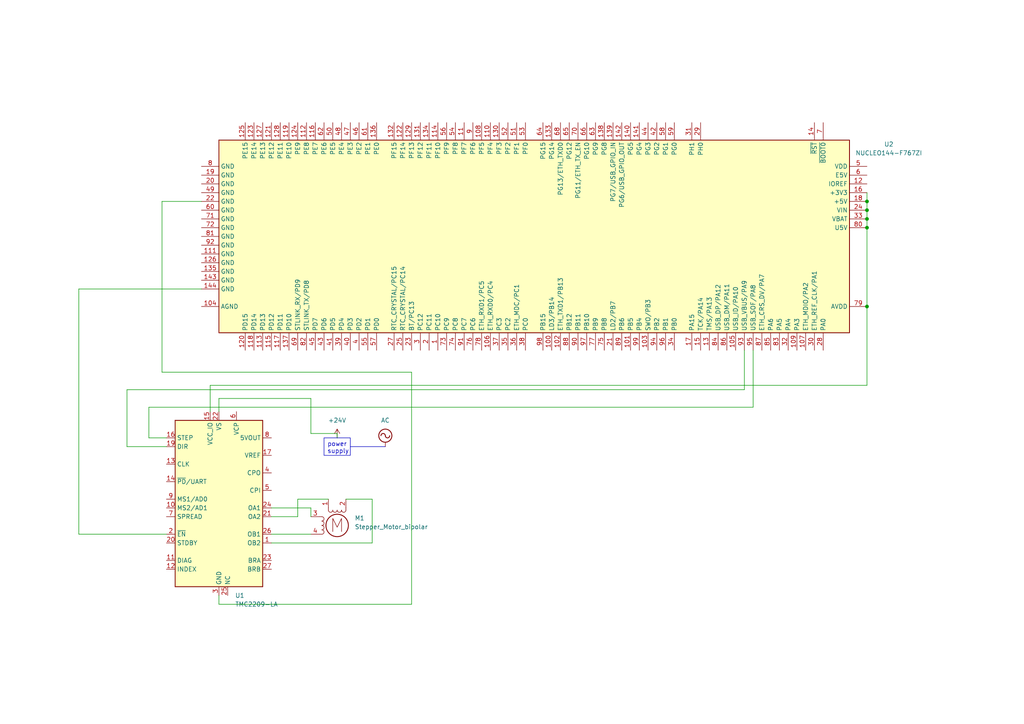
<source format=kicad_sch>
(kicad_sch
	(version 20250114)
	(generator "eeschema")
	(generator_version "9.0")
	(uuid "a2fa381d-78d2-4954-8b50-a2d879fb6349")
	(paper "A4")
	(lib_symbols
		(symbol "Driver_Motor:TMC2209-LA"
			(exclude_from_sim no)
			(in_bom yes)
			(on_board yes)
			(property "Reference" "U"
				(at -11.684 26.924 0)
				(effects
					(font
						(size 1.27 1.27)
					)
				)
			)
			(property "Value" "TMC2209-LA"
				(at 13.208 26.924 0)
				(effects
					(font
						(size 1.27 1.27)
					)
				)
			)
			(property "Footprint" "Package_DFN_QFN:VQFN-28-1EP_5x5mm_P0.5mm_EP3.7x3.7mm_ThermalVias"
				(at 0 -27.94 0)
				(effects
					(font
						(size 1.27 1.27)
					)
					(hide yes)
				)
			)
			(property "Datasheet" "https://www.analog.com/media/en/technical-documentation/data-sheets/TMC2209_datasheet_rev1.09.pdf"
				(at 0 -29.972 0)
				(effects
					(font
						(size 1.27 1.27)
					)
					(hide yes)
				)
			)
			(property "Description" "2-phase stepper motor driver, 256 µSteps, 2.8A peak, 2.0A RMS, VS = 4.75..29V, STEP/DIR and UART interface, VQFN-28"
				(at 0 -32.004 0)
				(effects
					(font
						(size 1.27 1.27)
					)
					(hide yes)
				)
			)
			(property "ki_keywords" "ADI-Trinamic Analog-Devices"
				(at 0 0 0)
				(effects
					(font
						(size 1.27 1.27)
					)
					(hide yes)
				)
			)
			(property "ki_fp_filters" "*VQFN*5x5mm*P0.5mm*EP3.7*3.7*"
				(at 0 0 0)
				(effects
					(font
						(size 1.27 1.27)
					)
					(hide yes)
				)
			)
			(symbol "TMC2209-LA_0_1"
				(rectangle
					(start -12.7 25.4)
					(end 12.7 -22.86)
					(stroke
						(width 0.254)
						(type default)
					)
					(fill
						(type background)
					)
				)
			)
			(symbol "TMC2209-LA_1_1"
				(pin input line
					(at -15.24 20.32 0)
					(length 2.54)
					(name "STEP"
						(effects
							(font
								(size 1.27 1.27)
							)
						)
					)
					(number "16"
						(effects
							(font
								(size 1.27 1.27)
							)
						)
					)
				)
				(pin input line
					(at -15.24 17.78 0)
					(length 2.54)
					(name "DIR"
						(effects
							(font
								(size 1.27 1.27)
							)
						)
					)
					(number "19"
						(effects
							(font
								(size 1.27 1.27)
							)
						)
					)
				)
				(pin input line
					(at -15.24 12.7 0)
					(length 2.54)
					(name "CLK"
						(effects
							(font
								(size 1.27 1.27)
							)
						)
					)
					(number "13"
						(effects
							(font
								(size 1.27 1.27)
							)
						)
					)
				)
				(pin bidirectional line
					(at -15.24 7.62 0)
					(length 2.54)
					(name "~{PD}/UART"
						(effects
							(font
								(size 1.27 1.27)
							)
						)
					)
					(number "14"
						(effects
							(font
								(size 1.27 1.27)
							)
						)
					)
				)
				(pin input line
					(at -15.24 2.54 0)
					(length 2.54)
					(name "MS1/AD0"
						(effects
							(font
								(size 1.27 1.27)
							)
						)
					)
					(number "9"
						(effects
							(font
								(size 1.27 1.27)
							)
						)
					)
				)
				(pin input line
					(at -15.24 0 0)
					(length 2.54)
					(name "MS2/AD1"
						(effects
							(font
								(size 1.27 1.27)
							)
						)
					)
					(number "10"
						(effects
							(font
								(size 1.27 1.27)
							)
						)
					)
				)
				(pin input line
					(at -15.24 -2.54 0)
					(length 2.54)
					(name "SPREAD"
						(effects
							(font
								(size 1.27 1.27)
							)
						)
					)
					(number "7"
						(effects
							(font
								(size 1.27 1.27)
							)
						)
					)
				)
				(pin input line
					(at -15.24 -7.62 0)
					(length 2.54)
					(name "~{EN}"
						(effects
							(font
								(size 1.27 1.27)
							)
						)
					)
					(number "2"
						(effects
							(font
								(size 1.27 1.27)
							)
						)
					)
				)
				(pin input line
					(at -15.24 -10.16 0)
					(length 2.54)
					(name "STDBY"
						(effects
							(font
								(size 1.27 1.27)
							)
						)
					)
					(number "20"
						(effects
							(font
								(size 1.27 1.27)
							)
						)
					)
				)
				(pin output line
					(at -15.24 -15.24 0)
					(length 2.54)
					(name "DIAG"
						(effects
							(font
								(size 1.27 1.27)
							)
						)
					)
					(number "11"
						(effects
							(font
								(size 1.27 1.27)
							)
						)
					)
				)
				(pin output line
					(at -15.24 -17.78 0)
					(length 2.54)
					(name "INDEX"
						(effects
							(font
								(size 1.27 1.27)
							)
						)
					)
					(number "12"
						(effects
							(font
								(size 1.27 1.27)
							)
						)
					)
				)
				(pin power_in line
					(at -2.54 27.94 270)
					(length 2.54)
					(name "VCC_IO"
						(effects
							(font
								(size 1.27 1.27)
							)
						)
					)
					(number "15"
						(effects
							(font
								(size 1.27 1.27)
							)
						)
					)
				)
				(pin power_in line
					(at 0 27.94 270)
					(length 2.54)
					(name "VS"
						(effects
							(font
								(size 1.27 1.27)
							)
						)
					)
					(number "22"
						(effects
							(font
								(size 1.27 1.27)
							)
						)
					)
				)
				(pin passive line
					(at 0 27.94 270)
					(length 2.54)
					(hide yes)
					(name "VS"
						(effects
							(font
								(size 1.27 1.27)
							)
						)
					)
					(number "28"
						(effects
							(font
								(size 1.27 1.27)
							)
						)
					)
				)
				(pin passive line
					(at 0 -25.4 90)
					(length 2.54)
					(hide yes)
					(name "GND"
						(effects
							(font
								(size 1.27 1.27)
							)
						)
					)
					(number "18"
						(effects
							(font
								(size 1.27 1.27)
							)
						)
					)
				)
				(pin passive line
					(at 0 -25.4 90)
					(length 2.54)
					(hide yes)
					(name "GND"
						(effects
							(font
								(size 1.27 1.27)
							)
						)
					)
					(number "29"
						(effects
							(font
								(size 1.27 1.27)
							)
						)
					)
				)
				(pin power_in line
					(at 0 -25.4 90)
					(length 2.54)
					(name "GND"
						(effects
							(font
								(size 1.27 1.27)
							)
						)
					)
					(number "3"
						(effects
							(font
								(size 1.27 1.27)
							)
						)
					)
				)
				(pin passive line
					(at 2.54 -25.4 90)
					(length 2.54)
					(name "NC"
						(effects
							(font
								(size 1.27 1.27)
							)
						)
					)
					(number "25"
						(effects
							(font
								(size 1.27 1.27)
							)
						)
					)
				)
				(pin output line
					(at 5.08 27.94 270)
					(length 2.54)
					(name "VCP"
						(effects
							(font
								(size 1.27 1.27)
							)
						)
					)
					(number "6"
						(effects
							(font
								(size 1.27 1.27)
							)
						)
					)
				)
				(pin power_out line
					(at 15.24 20.32 180)
					(length 2.54)
					(name "5VOUT"
						(effects
							(font
								(size 1.27 1.27)
							)
						)
					)
					(number "8"
						(effects
							(font
								(size 1.27 1.27)
							)
						)
					)
				)
				(pin passive line
					(at 15.24 15.24 180)
					(length 2.54)
					(name "VREF"
						(effects
							(font
								(size 1.27 1.27)
							)
						)
					)
					(number "17"
						(effects
							(font
								(size 1.27 1.27)
							)
						)
					)
				)
				(pin input line
					(at 15.24 10.16 180)
					(length 2.54)
					(name "CPO"
						(effects
							(font
								(size 1.27 1.27)
							)
						)
					)
					(number "4"
						(effects
							(font
								(size 1.27 1.27)
							)
						)
					)
				)
				(pin input line
					(at 15.24 5.08 180)
					(length 2.54)
					(name "CPI"
						(effects
							(font
								(size 1.27 1.27)
							)
						)
					)
					(number "5"
						(effects
							(font
								(size 1.27 1.27)
							)
						)
					)
				)
				(pin output line
					(at 15.24 0 180)
					(length 2.54)
					(name "OA1"
						(effects
							(font
								(size 1.27 1.27)
							)
						)
					)
					(number "24"
						(effects
							(font
								(size 1.27 1.27)
							)
						)
					)
				)
				(pin output line
					(at 15.24 -2.54 180)
					(length 2.54)
					(name "OA2"
						(effects
							(font
								(size 1.27 1.27)
							)
						)
					)
					(number "21"
						(effects
							(font
								(size 1.27 1.27)
							)
						)
					)
				)
				(pin output line
					(at 15.24 -7.62 180)
					(length 2.54)
					(name "OB1"
						(effects
							(font
								(size 1.27 1.27)
							)
						)
					)
					(number "26"
						(effects
							(font
								(size 1.27 1.27)
							)
						)
					)
				)
				(pin output line
					(at 15.24 -10.16 180)
					(length 2.54)
					(name "OB2"
						(effects
							(font
								(size 1.27 1.27)
							)
						)
					)
					(number "1"
						(effects
							(font
								(size 1.27 1.27)
							)
						)
					)
				)
				(pin input line
					(at 15.24 -15.24 180)
					(length 2.54)
					(name "BRA"
						(effects
							(font
								(size 1.27 1.27)
							)
						)
					)
					(number "23"
						(effects
							(font
								(size 1.27 1.27)
							)
						)
					)
				)
				(pin input line
					(at 15.24 -17.78 180)
					(length 2.54)
					(name "BRB"
						(effects
							(font
								(size 1.27 1.27)
							)
						)
					)
					(number "27"
						(effects
							(font
								(size 1.27 1.27)
							)
						)
					)
				)
			)
			(embedded_fonts no)
		)
		(symbol "MCU_Module:NUCLEO144-F767ZI"
			(exclude_from_sim no)
			(in_bom yes)
			(on_board yes)
			(property "Reference" "U"
				(at -22.86 94.615 0)
				(effects
					(font
						(size 1.27 1.27)
					)
					(justify right)
				)
			)
			(property "Value" "NUCLEO144-F767ZI"
				(at -22.86 92.71 0)
				(effects
					(font
						(size 1.27 1.27)
					)
					(justify right)
				)
			)
			(property "Footprint" "Module:ST_Morpho_Connector_144_STLink"
				(at 21.59 -92.71 0)
				(effects
					(font
						(size 1.27 1.27)
					)
					(justify left)
					(hide yes)
				)
			)
			(property "Datasheet" "https://www.st.com/resource/en/user_manual/dm00244518-stm32-nucleo144-boards-stmicroelectronics.pdf"
				(at -22.86 7.62 0)
				(effects
					(font
						(size 1.27 1.27)
					)
					(hide yes)
				)
			)
			(property "Description" "Nucleo 144 Development Board with STM32F767ZIT6 MCU, 512kB RAM, 2Mb FLASH"
				(at 0 0 0)
				(effects
					(font
						(size 1.27 1.27)
					)
					(hide yes)
				)
			)
			(property "ki_keywords" "STM32 Nucleo ST"
				(at 0 0 0)
				(effects
					(font
						(size 1.27 1.27)
					)
					(hide yes)
				)
			)
			(property "ki_fp_filters" "ST*Morpho*Connector*144*STLink*"
				(at 0 0 0)
				(effects
					(font
						(size 1.27 1.27)
					)
					(hide yes)
				)
			)
			(symbol "NUCLEO144-F767ZI_0_1"
				(rectangle
					(start -27.94 -91.44)
					(end 27.94 91.44)
					(stroke
						(width 0.254)
						(type default)
					)
					(fill
						(type background)
					)
				)
			)
			(symbol "NUCLEO144-F767ZI_1_1"
				(pin input line
					(at -33.02 83.82 0)
					(length 5.08)
					(name "~{BOOT0}"
						(effects
							(font
								(size 1.27 1.27)
							)
						)
					)
					(number "7"
						(effects
							(font
								(size 1.27 1.27)
							)
						)
					)
				)
				(pin input line
					(at -33.02 81.28 0)
					(length 5.08)
					(name "~{RST}"
						(effects
							(font
								(size 1.27 1.27)
							)
						)
					)
					(number "14"
						(effects
							(font
								(size 1.27 1.27)
							)
						)
					)
				)
				(pin bidirectional line
					(at -33.02 48.26 0)
					(length 5.08)
					(name "PH0"
						(effects
							(font
								(size 1.27 1.27)
							)
						)
					)
					(number "29"
						(effects
							(font
								(size 1.27 1.27)
							)
						)
					)
				)
				(pin bidirectional line
					(at -33.02 45.72 0)
					(length 5.08)
					(name "PH1"
						(effects
							(font
								(size 1.27 1.27)
							)
						)
					)
					(number "31"
						(effects
							(font
								(size 1.27 1.27)
							)
						)
					)
				)
				(pin bidirectional line
					(at -33.02 40.64 0)
					(length 5.08)
					(name "PG0"
						(effects
							(font
								(size 1.27 1.27)
							)
						)
					)
					(number "59"
						(effects
							(font
								(size 1.27 1.27)
							)
						)
					)
				)
				(pin bidirectional line
					(at -33.02 38.1 0)
					(length 5.08)
					(name "PG1"
						(effects
							(font
								(size 1.27 1.27)
							)
						)
					)
					(number "58"
						(effects
							(font
								(size 1.27 1.27)
							)
						)
					)
				)
				(pin bidirectional line
					(at -33.02 35.56 0)
					(length 5.08)
					(name "PG2"
						(effects
							(font
								(size 1.27 1.27)
							)
						)
					)
					(number "42"
						(effects
							(font
								(size 1.27 1.27)
							)
						)
					)
				)
				(pin bidirectional line
					(at -33.02 33.02 0)
					(length 5.08)
					(name "PG3"
						(effects
							(font
								(size 1.27 1.27)
							)
						)
					)
					(number "44"
						(effects
							(font
								(size 1.27 1.27)
							)
						)
					)
				)
				(pin bidirectional line
					(at -33.02 30.48 0)
					(length 5.08)
					(name "PG4"
						(effects
							(font
								(size 1.27 1.27)
							)
						)
					)
					(number "141"
						(effects
							(font
								(size 1.27 1.27)
							)
						)
					)
				)
				(pin bidirectional line
					(at -33.02 27.94 0)
					(length 5.08)
					(name "PG5"
						(effects
							(font
								(size 1.27 1.27)
							)
						)
					)
					(number "140"
						(effects
							(font
								(size 1.27 1.27)
							)
						)
					)
				)
				(pin bidirectional line
					(at -33.02 25.4 0)
					(length 5.08)
					(name "PG6/USB_GPIO_OUT"
						(effects
							(font
								(size 1.27 1.27)
							)
						)
					)
					(number "142"
						(effects
							(font
								(size 1.27 1.27)
							)
						)
					)
				)
				(pin bidirectional line
					(at -33.02 22.86 0)
					(length 5.08)
					(name "PG7/USB_GPIO_IN"
						(effects
							(font
								(size 1.27 1.27)
							)
						)
					)
					(number "139"
						(effects
							(font
								(size 1.27 1.27)
							)
						)
					)
				)
				(pin bidirectional line
					(at -33.02 20.32 0)
					(length 5.08)
					(name "PG8"
						(effects
							(font
								(size 1.27 1.27)
							)
						)
					)
					(number "138"
						(effects
							(font
								(size 1.27 1.27)
							)
						)
					)
				)
				(pin bidirectional line
					(at -33.02 17.78 0)
					(length 5.08)
					(name "PG9"
						(effects
							(font
								(size 1.27 1.27)
							)
						)
					)
					(number "63"
						(effects
							(font
								(size 1.27 1.27)
							)
						)
					)
				)
				(pin bidirectional line
					(at -33.02 15.24 0)
					(length 5.08)
					(name "PG10"
						(effects
							(font
								(size 1.27 1.27)
							)
						)
					)
					(number "66"
						(effects
							(font
								(size 1.27 1.27)
							)
						)
					)
				)
				(pin bidirectional line
					(at -33.02 12.7 0)
					(length 5.08)
					(name "PG11/ETH_TX_EN"
						(effects
							(font
								(size 1.27 1.27)
							)
						)
					)
					(number "70"
						(effects
							(font
								(size 1.27 1.27)
							)
						)
					)
				)
				(pin bidirectional line
					(at -33.02 10.16 0)
					(length 5.08)
					(name "PG12"
						(effects
							(font
								(size 1.27 1.27)
							)
						)
					)
					(number "65"
						(effects
							(font
								(size 1.27 1.27)
							)
						)
					)
				)
				(pin bidirectional line
					(at -33.02 7.62 0)
					(length 5.08)
					(name "PG13/ETH_TXD0"
						(effects
							(font
								(size 1.27 1.27)
							)
						)
					)
					(number "68"
						(effects
							(font
								(size 1.27 1.27)
							)
						)
					)
				)
				(pin bidirectional line
					(at -33.02 5.08 0)
					(length 5.08)
					(name "PG14"
						(effects
							(font
								(size 1.27 1.27)
							)
						)
					)
					(number "133"
						(effects
							(font
								(size 1.27 1.27)
							)
						)
					)
				)
				(pin bidirectional line
					(at -33.02 2.54 0)
					(length 5.08)
					(name "PG15"
						(effects
							(font
								(size 1.27 1.27)
							)
						)
					)
					(number "64"
						(effects
							(font
								(size 1.27 1.27)
							)
						)
					)
				)
				(pin bidirectional line
					(at -33.02 -2.54 0)
					(length 5.08)
					(name "PF0"
						(effects
							(font
								(size 1.27 1.27)
							)
						)
					)
					(number "53"
						(effects
							(font
								(size 1.27 1.27)
							)
						)
					)
				)
				(pin bidirectional line
					(at -33.02 -5.08 0)
					(length 5.08)
					(name "PF1"
						(effects
							(font
								(size 1.27 1.27)
							)
						)
					)
					(number "51"
						(effects
							(font
								(size 1.27 1.27)
							)
						)
					)
				)
				(pin bidirectional line
					(at -33.02 -7.62 0)
					(length 5.08)
					(name "PF2"
						(effects
							(font
								(size 1.27 1.27)
							)
						)
					)
					(number "52"
						(effects
							(font
								(size 1.27 1.27)
							)
						)
					)
				)
				(pin bidirectional line
					(at -33.02 -10.16 0)
					(length 5.08)
					(name "PF3"
						(effects
							(font
								(size 1.27 1.27)
							)
						)
					)
					(number "130"
						(effects
							(font
								(size 1.27 1.27)
							)
						)
					)
				)
				(pin bidirectional line
					(at -33.02 -12.7 0)
					(length 5.08)
					(name "PF4"
						(effects
							(font
								(size 1.27 1.27)
							)
						)
					)
					(number "110"
						(effects
							(font
								(size 1.27 1.27)
							)
						)
					)
				)
				(pin bidirectional line
					(at -33.02 -15.24 0)
					(length 5.08)
					(name "PF5"
						(effects
							(font
								(size 1.27 1.27)
							)
						)
					)
					(number "108"
						(effects
							(font
								(size 1.27 1.27)
							)
						)
					)
				)
				(pin bidirectional line
					(at -33.02 -17.78 0)
					(length 5.08)
					(name "PF6"
						(effects
							(font
								(size 1.27 1.27)
							)
						)
					)
					(number "9"
						(effects
							(font
								(size 1.27 1.27)
							)
						)
					)
				)
				(pin bidirectional line
					(at -33.02 -20.32 0)
					(length 5.08)
					(name "PF7"
						(effects
							(font
								(size 1.27 1.27)
							)
						)
					)
					(number "11"
						(effects
							(font
								(size 1.27 1.27)
							)
						)
					)
				)
				(pin bidirectional line
					(at -33.02 -22.86 0)
					(length 5.08)
					(name "PF8"
						(effects
							(font
								(size 1.27 1.27)
							)
						)
					)
					(number "54"
						(effects
							(font
								(size 1.27 1.27)
							)
						)
					)
				)
				(pin bidirectional line
					(at -33.02 -25.4 0)
					(length 5.08)
					(name "PF9"
						(effects
							(font
								(size 1.27 1.27)
							)
						)
					)
					(number "56"
						(effects
							(font
								(size 1.27 1.27)
							)
						)
					)
				)
				(pin bidirectional line
					(at -33.02 -27.94 0)
					(length 5.08)
					(name "PF10"
						(effects
							(font
								(size 1.27 1.27)
							)
						)
					)
					(number "114"
						(effects
							(font
								(size 1.27 1.27)
							)
						)
					)
				)
				(pin bidirectional line
					(at -33.02 -30.48 0)
					(length 5.08)
					(name "PF11"
						(effects
							(font
								(size 1.27 1.27)
							)
						)
					)
					(number "134"
						(effects
							(font
								(size 1.27 1.27)
							)
						)
					)
				)
				(pin bidirectional line
					(at -33.02 -33.02 0)
					(length 5.08)
					(name "PF12"
						(effects
							(font
								(size 1.27 1.27)
							)
						)
					)
					(number "131"
						(effects
							(font
								(size 1.27 1.27)
							)
						)
					)
				)
				(pin bidirectional line
					(at -33.02 -35.56 0)
					(length 5.08)
					(name "PF13"
						(effects
							(font
								(size 1.27 1.27)
							)
						)
					)
					(number "129"
						(effects
							(font
								(size 1.27 1.27)
							)
						)
					)
				)
				(pin bidirectional line
					(at -33.02 -38.1 0)
					(length 5.08)
					(name "PF14"
						(effects
							(font
								(size 1.27 1.27)
							)
						)
					)
					(number "122"
						(effects
							(font
								(size 1.27 1.27)
							)
						)
					)
				)
				(pin bidirectional line
					(at -33.02 -40.64 0)
					(length 5.08)
					(name "PF15"
						(effects
							(font
								(size 1.27 1.27)
							)
						)
					)
					(number "132"
						(effects
							(font
								(size 1.27 1.27)
							)
						)
					)
				)
				(pin bidirectional line
					(at -33.02 -45.72 0)
					(length 5.08)
					(name "PE0"
						(effects
							(font
								(size 1.27 1.27)
							)
						)
					)
					(number "136"
						(effects
							(font
								(size 1.27 1.27)
							)
						)
					)
				)
				(pin bidirectional line
					(at -33.02 -48.26 0)
					(length 5.08)
					(name "PE1"
						(effects
							(font
								(size 1.27 1.27)
							)
						)
					)
					(number "61"
						(effects
							(font
								(size 1.27 1.27)
							)
						)
					)
				)
				(pin bidirectional line
					(at -33.02 -50.8 0)
					(length 5.08)
					(name "PE2"
						(effects
							(font
								(size 1.27 1.27)
							)
						)
					)
					(number "46"
						(effects
							(font
								(size 1.27 1.27)
							)
						)
					)
				)
				(pin bidirectional line
					(at -33.02 -53.34 0)
					(length 5.08)
					(name "PE3"
						(effects
							(font
								(size 1.27 1.27)
							)
						)
					)
					(number "47"
						(effects
							(font
								(size 1.27 1.27)
							)
						)
					)
				)
				(pin bidirectional line
					(at -33.02 -55.88 0)
					(length 5.08)
					(name "PE4"
						(effects
							(font
								(size 1.27 1.27)
							)
						)
					)
					(number "48"
						(effects
							(font
								(size 1.27 1.27)
							)
						)
					)
				)
				(pin bidirectional line
					(at -33.02 -58.42 0)
					(length 5.08)
					(name "PE5"
						(effects
							(font
								(size 1.27 1.27)
							)
						)
					)
					(number "50"
						(effects
							(font
								(size 1.27 1.27)
							)
						)
					)
				)
				(pin bidirectional line
					(at -33.02 -60.96 0)
					(length 5.08)
					(name "PE6"
						(effects
							(font
								(size 1.27 1.27)
							)
						)
					)
					(number "62"
						(effects
							(font
								(size 1.27 1.27)
							)
						)
					)
				)
				(pin bidirectional line
					(at -33.02 -63.5 0)
					(length 5.08)
					(name "PE7"
						(effects
							(font
								(size 1.27 1.27)
							)
						)
					)
					(number "116"
						(effects
							(font
								(size 1.27 1.27)
							)
						)
					)
				)
				(pin bidirectional line
					(at -33.02 -66.04 0)
					(length 5.08)
					(name "PE8"
						(effects
							(font
								(size 1.27 1.27)
							)
						)
					)
					(number "112"
						(effects
							(font
								(size 1.27 1.27)
							)
						)
					)
				)
				(pin bidirectional line
					(at -33.02 -68.58 0)
					(length 5.08)
					(name "PE9"
						(effects
							(font
								(size 1.27 1.27)
							)
						)
					)
					(number "124"
						(effects
							(font
								(size 1.27 1.27)
							)
						)
					)
				)
				(pin bidirectional line
					(at -33.02 -71.12 0)
					(length 5.08)
					(name "PE10"
						(effects
							(font
								(size 1.27 1.27)
							)
						)
					)
					(number "119"
						(effects
							(font
								(size 1.27 1.27)
							)
						)
					)
				)
				(pin bidirectional line
					(at -33.02 -73.66 0)
					(length 5.08)
					(name "PE11"
						(effects
							(font
								(size 1.27 1.27)
							)
						)
					)
					(number "128"
						(effects
							(font
								(size 1.27 1.27)
							)
						)
					)
				)
				(pin bidirectional line
					(at -33.02 -76.2 0)
					(length 5.08)
					(name "PE12"
						(effects
							(font
								(size 1.27 1.27)
							)
						)
					)
					(number "121"
						(effects
							(font
								(size 1.27 1.27)
							)
						)
					)
				)
				(pin bidirectional line
					(at -33.02 -78.74 0)
					(length 5.08)
					(name "PE13"
						(effects
							(font
								(size 1.27 1.27)
							)
						)
					)
					(number "127"
						(effects
							(font
								(size 1.27 1.27)
							)
						)
					)
				)
				(pin bidirectional line
					(at -33.02 -81.28 0)
					(length 5.08)
					(name "PE14"
						(effects
							(font
								(size 1.27 1.27)
							)
						)
					)
					(number "123"
						(effects
							(font
								(size 1.27 1.27)
							)
						)
					)
				)
				(pin bidirectional line
					(at -33.02 -83.82 0)
					(length 5.08)
					(name "PE15"
						(effects
							(font
								(size 1.27 1.27)
							)
						)
					)
					(number "125"
						(effects
							(font
								(size 1.27 1.27)
							)
						)
					)
				)
				(pin no_connect line
					(at -27.94 58.42 0)
					(length 5.08)
					(hide yes)
					(name "NC"
						(effects
							(font
								(size 1.27 1.27)
							)
						)
					)
					(number "26"
						(effects
							(font
								(size 1.27 1.27)
							)
						)
					)
				)
				(pin no_connect line
					(at -27.94 55.88 0)
					(length 5.08)
					(hide yes)
					(name "NC"
						(effects
							(font
								(size 1.27 1.27)
							)
						)
					)
					(number "10"
						(effects
							(font
								(size 1.27 1.27)
							)
						)
					)
				)
				(pin no_connect line
					(at -27.94 53.34 0)
					(length 5.08)
					(hide yes)
					(name "NC"
						(effects
							(font
								(size 1.27 1.27)
							)
						)
					)
					(number "67"
						(effects
							(font
								(size 1.27 1.27)
							)
						)
					)
				)
				(pin power_in line
					(at -20.32 96.52 270)
					(length 5.08)
					(name "VDD"
						(effects
							(font
								(size 1.27 1.27)
							)
						)
					)
					(number "5"
						(effects
							(font
								(size 1.27 1.27)
							)
						)
					)
				)
				(pin power_in line
					(at -20.32 -96.52 90)
					(length 5.08)
					(name "GND"
						(effects
							(font
								(size 1.27 1.27)
							)
						)
					)
					(number "8"
						(effects
							(font
								(size 1.27 1.27)
							)
						)
					)
				)
				(pin power_in line
					(at -17.78 96.52 270)
					(length 5.08)
					(name "E5V"
						(effects
							(font
								(size 1.27 1.27)
							)
						)
					)
					(number "6"
						(effects
							(font
								(size 1.27 1.27)
							)
						)
					)
				)
				(pin power_in line
					(at -17.78 -96.52 90)
					(length 5.08)
					(name "GND"
						(effects
							(font
								(size 1.27 1.27)
							)
						)
					)
					(number "19"
						(effects
							(font
								(size 1.27 1.27)
							)
						)
					)
				)
				(pin power_in line
					(at -15.24 96.52 270)
					(length 5.08)
					(name "IOREF"
						(effects
							(font
								(size 1.27 1.27)
							)
						)
					)
					(number "12"
						(effects
							(font
								(size 1.27 1.27)
							)
						)
					)
				)
				(pin power_in line
					(at -15.24 -96.52 90)
					(length 5.08)
					(name "GND"
						(effects
							(font
								(size 1.27 1.27)
							)
						)
					)
					(number "20"
						(effects
							(font
								(size 1.27 1.27)
							)
						)
					)
				)
				(pin power_in line
					(at -12.7 96.52 270)
					(length 5.08)
					(name "+3V3"
						(effects
							(font
								(size 1.27 1.27)
							)
						)
					)
					(number "16"
						(effects
							(font
								(size 1.27 1.27)
							)
						)
					)
				)
				(pin power_in line
					(at -12.7 -96.52 90)
					(length 5.08)
					(name "GND"
						(effects
							(font
								(size 1.27 1.27)
							)
						)
					)
					(number "49"
						(effects
							(font
								(size 1.27 1.27)
							)
						)
					)
				)
				(pin power_in line
					(at -10.16 96.52 270)
					(length 5.08)
					(name "+5V"
						(effects
							(font
								(size 1.27 1.27)
							)
						)
					)
					(number "18"
						(effects
							(font
								(size 1.27 1.27)
							)
						)
					)
				)
				(pin power_in line
					(at -10.16 -96.52 90)
					(length 5.08)
					(name "GND"
						(effects
							(font
								(size 1.27 1.27)
							)
						)
					)
					(number "22"
						(effects
							(font
								(size 1.27 1.27)
							)
						)
					)
				)
				(pin power_in line
					(at -7.62 96.52 270)
					(length 5.08)
					(name "VIN"
						(effects
							(font
								(size 1.27 1.27)
							)
						)
					)
					(number "24"
						(effects
							(font
								(size 1.27 1.27)
							)
						)
					)
				)
				(pin power_in line
					(at -7.62 -96.52 90)
					(length 5.08)
					(name "GND"
						(effects
							(font
								(size 1.27 1.27)
							)
						)
					)
					(number "60"
						(effects
							(font
								(size 1.27 1.27)
							)
						)
					)
				)
				(pin power_in line
					(at -5.08 96.52 270)
					(length 5.08)
					(name "VBAT"
						(effects
							(font
								(size 1.27 1.27)
							)
						)
					)
					(number "33"
						(effects
							(font
								(size 1.27 1.27)
							)
						)
					)
				)
				(pin power_in line
					(at -5.08 -96.52 90)
					(length 5.08)
					(name "GND"
						(effects
							(font
								(size 1.27 1.27)
							)
						)
					)
					(number "71"
						(effects
							(font
								(size 1.27 1.27)
							)
						)
					)
				)
				(pin power_in line
					(at -2.54 96.52 270)
					(length 5.08)
					(name "U5V"
						(effects
							(font
								(size 1.27 1.27)
							)
						)
					)
					(number "80"
						(effects
							(font
								(size 1.27 1.27)
							)
						)
					)
				)
				(pin power_in line
					(at -2.54 -96.52 90)
					(length 5.08)
					(name "GND"
						(effects
							(font
								(size 1.27 1.27)
							)
						)
					)
					(number "72"
						(effects
							(font
								(size 1.27 1.27)
							)
						)
					)
				)
				(pin power_in line
					(at 0 -96.52 90)
					(length 5.08)
					(name "GND"
						(effects
							(font
								(size 1.27 1.27)
							)
						)
					)
					(number "81"
						(effects
							(font
								(size 1.27 1.27)
							)
						)
					)
				)
				(pin power_in line
					(at 2.54 -96.52 90)
					(length 5.08)
					(name "GND"
						(effects
							(font
								(size 1.27 1.27)
							)
						)
					)
					(number "92"
						(effects
							(font
								(size 1.27 1.27)
							)
						)
					)
				)
				(pin power_in line
					(at 5.08 -96.52 90)
					(length 5.08)
					(name "GND"
						(effects
							(font
								(size 1.27 1.27)
							)
						)
					)
					(number "111"
						(effects
							(font
								(size 1.27 1.27)
							)
						)
					)
				)
				(pin power_in line
					(at 7.62 -96.52 90)
					(length 5.08)
					(name "GND"
						(effects
							(font
								(size 1.27 1.27)
							)
						)
					)
					(number "126"
						(effects
							(font
								(size 1.27 1.27)
							)
						)
					)
				)
				(pin power_in line
					(at 10.16 -96.52 90)
					(length 5.08)
					(name "GND"
						(effects
							(font
								(size 1.27 1.27)
							)
						)
					)
					(number "135"
						(effects
							(font
								(size 1.27 1.27)
							)
						)
					)
				)
				(pin power_in line
					(at 12.7 -96.52 90)
					(length 5.08)
					(name "GND"
						(effects
							(font
								(size 1.27 1.27)
							)
						)
					)
					(number "143"
						(effects
							(font
								(size 1.27 1.27)
							)
						)
					)
				)
				(pin power_in line
					(at 15.24 -96.52 90)
					(length 5.08)
					(name "GND"
						(effects
							(font
								(size 1.27 1.27)
							)
						)
					)
					(number "144"
						(effects
							(font
								(size 1.27 1.27)
							)
						)
					)
				)
				(pin power_in line
					(at 20.32 96.52 270)
					(length 5.08)
					(name "AVDD"
						(effects
							(font
								(size 1.27 1.27)
							)
						)
					)
					(number "79"
						(effects
							(font
								(size 1.27 1.27)
							)
						)
					)
				)
				(pin power_in line
					(at 20.32 -96.52 90)
					(length 5.08)
					(name "AGND"
						(effects
							(font
								(size 1.27 1.27)
							)
						)
					)
					(number "104"
						(effects
							(font
								(size 1.27 1.27)
							)
						)
					)
				)
				(pin bidirectional line
					(at 33.02 83.82 180)
					(length 5.08)
					(name "PA0"
						(effects
							(font
								(size 1.27 1.27)
							)
						)
					)
					(number "28"
						(effects
							(font
								(size 1.27 1.27)
							)
						)
					)
				)
				(pin bidirectional line
					(at 33.02 81.28 180)
					(length 5.08)
					(name "ETH_REF_CLK/PA1"
						(effects
							(font
								(size 1.27 1.27)
							)
						)
					)
					(number "30"
						(effects
							(font
								(size 1.27 1.27)
							)
						)
					)
				)
				(pin bidirectional line
					(at 33.02 78.74 180)
					(length 5.08)
					(name "ETH_MDIO/PA2"
						(effects
							(font
								(size 1.27 1.27)
							)
						)
					)
					(number "107"
						(effects
							(font
								(size 1.27 1.27)
							)
						)
					)
				)
				(pin bidirectional line
					(at 33.02 76.2 180)
					(length 5.08)
					(name "PA3"
						(effects
							(font
								(size 1.27 1.27)
							)
						)
					)
					(number "109"
						(effects
							(font
								(size 1.27 1.27)
							)
						)
					)
				)
				(pin bidirectional line
					(at 33.02 73.66 180)
					(length 5.08)
					(name "PA4"
						(effects
							(font
								(size 1.27 1.27)
							)
						)
					)
					(number "32"
						(effects
							(font
								(size 1.27 1.27)
							)
						)
					)
				)
				(pin bidirectional line
					(at 33.02 71.12 180)
					(length 5.08)
					(name "PA5"
						(effects
							(font
								(size 1.27 1.27)
							)
						)
					)
					(number "83"
						(effects
							(font
								(size 1.27 1.27)
							)
						)
					)
				)
				(pin bidirectional line
					(at 33.02 68.58 180)
					(length 5.08)
					(name "PA6"
						(effects
							(font
								(size 1.27 1.27)
							)
						)
					)
					(number "85"
						(effects
							(font
								(size 1.27 1.27)
							)
						)
					)
				)
				(pin bidirectional line
					(at 33.02 66.04 180)
					(length 5.08)
					(name "ETH_CRS_DV/PA7"
						(effects
							(font
								(size 1.27 1.27)
							)
						)
					)
					(number "87"
						(effects
							(font
								(size 1.27 1.27)
							)
						)
					)
				)
				(pin bidirectional line
					(at 33.02 63.5 180)
					(length 5.08)
					(name "USB_SOF/PA8"
						(effects
							(font
								(size 1.27 1.27)
							)
						)
					)
					(number "95"
						(effects
							(font
								(size 1.27 1.27)
							)
						)
					)
				)
				(pin bidirectional line
					(at 33.02 60.96 180)
					(length 5.08)
					(name "USB_VBUS/PA9"
						(effects
							(font
								(size 1.27 1.27)
							)
						)
					)
					(number "93"
						(effects
							(font
								(size 1.27 1.27)
							)
						)
					)
				)
				(pin bidirectional line
					(at 33.02 58.42 180)
					(length 5.08)
					(name "USB_ID/PA10"
						(effects
							(font
								(size 1.27 1.27)
							)
						)
					)
					(number "105"
						(effects
							(font
								(size 1.27 1.27)
							)
						)
					)
				)
				(pin bidirectional line
					(at 33.02 55.88 180)
					(length 5.08)
					(name "USB_DM/PA11"
						(effects
							(font
								(size 1.27 1.27)
							)
						)
					)
					(number "86"
						(effects
							(font
								(size 1.27 1.27)
							)
						)
					)
				)
				(pin bidirectional line
					(at 33.02 53.34 180)
					(length 5.08)
					(name "USB_DP/PA12"
						(effects
							(font
								(size 1.27 1.27)
							)
						)
					)
					(number "84"
						(effects
							(font
								(size 1.27 1.27)
							)
						)
					)
				)
				(pin bidirectional line
					(at 33.02 50.8 180)
					(length 5.08)
					(name "TMS/PA13"
						(effects
							(font
								(size 1.27 1.27)
							)
						)
					)
					(number "13"
						(effects
							(font
								(size 1.27 1.27)
							)
						)
					)
				)
				(pin bidirectional line
					(at 33.02 48.26 180)
					(length 5.08)
					(name "TCK/PA14"
						(effects
							(font
								(size 1.27 1.27)
							)
						)
					)
					(number "15"
						(effects
							(font
								(size 1.27 1.27)
							)
						)
					)
				)
				(pin bidirectional line
					(at 33.02 45.72 180)
					(length 5.08)
					(name "PA15"
						(effects
							(font
								(size 1.27 1.27)
							)
						)
					)
					(number "17"
						(effects
							(font
								(size 1.27 1.27)
							)
						)
					)
				)
				(pin bidirectional line
					(at 33.02 40.64 180)
					(length 5.08)
					(name "PB0"
						(effects
							(font
								(size 1.27 1.27)
							)
						)
					)
					(number "34"
						(effects
							(font
								(size 1.27 1.27)
							)
						)
					)
				)
				(pin bidirectional line
					(at 33.02 38.1 180)
					(length 5.08)
					(name "PB1"
						(effects
							(font
								(size 1.27 1.27)
							)
						)
					)
					(number "96"
						(effects
							(font
								(size 1.27 1.27)
							)
						)
					)
				)
				(pin bidirectional line
					(at 33.02 35.56 180)
					(length 5.08)
					(name "PB2"
						(effects
							(font
								(size 1.27 1.27)
							)
						)
					)
					(number "94"
						(effects
							(font
								(size 1.27 1.27)
							)
						)
					)
				)
				(pin bidirectional line
					(at 33.02 33.02 180)
					(length 5.08)
					(name "SWO/PB3"
						(effects
							(font
								(size 1.27 1.27)
							)
						)
					)
					(number "103"
						(effects
							(font
								(size 1.27 1.27)
							)
						)
					)
				)
				(pin bidirectional line
					(at 33.02 30.48 180)
					(length 5.08)
					(name "PB4"
						(effects
							(font
								(size 1.27 1.27)
							)
						)
					)
					(number "99"
						(effects
							(font
								(size 1.27 1.27)
							)
						)
					)
				)
				(pin bidirectional line
					(at 33.02 27.94 180)
					(length 5.08)
					(name "PB5"
						(effects
							(font
								(size 1.27 1.27)
							)
						)
					)
					(number "101"
						(effects
							(font
								(size 1.27 1.27)
							)
						)
					)
				)
				(pin bidirectional line
					(at 33.02 25.4 180)
					(length 5.08)
					(name "PB6"
						(effects
							(font
								(size 1.27 1.27)
							)
						)
					)
					(number "89"
						(effects
							(font
								(size 1.27 1.27)
							)
						)
					)
				)
				(pin bidirectional line
					(at 33.02 22.86 180)
					(length 5.08)
					(name "LD2/PB7"
						(effects
							(font
								(size 1.27 1.27)
							)
						)
					)
					(number "21"
						(effects
							(font
								(size 1.27 1.27)
							)
						)
					)
				)
				(pin bidirectional line
					(at 33.02 20.32 180)
					(length 5.08)
					(name "PB8"
						(effects
							(font
								(size 1.27 1.27)
							)
						)
					)
					(number "75"
						(effects
							(font
								(size 1.27 1.27)
							)
						)
					)
				)
				(pin bidirectional line
					(at 33.02 17.78 180)
					(length 5.08)
					(name "PB9"
						(effects
							(font
								(size 1.27 1.27)
							)
						)
					)
					(number "77"
						(effects
							(font
								(size 1.27 1.27)
							)
						)
					)
				)
				(pin bidirectional line
					(at 33.02 15.24 180)
					(length 5.08)
					(name "PB10"
						(effects
							(font
								(size 1.27 1.27)
							)
						)
					)
					(number "97"
						(effects
							(font
								(size 1.27 1.27)
							)
						)
					)
				)
				(pin bidirectional line
					(at 33.02 12.7 180)
					(length 5.08)
					(name "PB11"
						(effects
							(font
								(size 1.27 1.27)
							)
						)
					)
					(number "90"
						(effects
							(font
								(size 1.27 1.27)
							)
						)
					)
				)
				(pin bidirectional line
					(at 33.02 10.16 180)
					(length 5.08)
					(name "PB12"
						(effects
							(font
								(size 1.27 1.27)
							)
						)
					)
					(number "88"
						(effects
							(font
								(size 1.27 1.27)
							)
						)
					)
				)
				(pin bidirectional line
					(at 33.02 7.62 180)
					(length 5.08)
					(name "ETH_TXD1/PB13"
						(effects
							(font
								(size 1.27 1.27)
							)
						)
					)
					(number "102"
						(effects
							(font
								(size 1.27 1.27)
							)
						)
					)
				)
				(pin bidirectional line
					(at 33.02 5.08 180)
					(length 5.08)
					(name "LD3/PB14"
						(effects
							(font
								(size 1.27 1.27)
							)
						)
					)
					(number "100"
						(effects
							(font
								(size 1.27 1.27)
							)
						)
					)
				)
				(pin bidirectional line
					(at 33.02 2.54 180)
					(length 5.08)
					(name "PB15"
						(effects
							(font
								(size 1.27 1.27)
							)
						)
					)
					(number "98"
						(effects
							(font
								(size 1.27 1.27)
							)
						)
					)
				)
				(pin bidirectional line
					(at 33.02 -2.54 180)
					(length 5.08)
					(name "PC0"
						(effects
							(font
								(size 1.27 1.27)
							)
						)
					)
					(number "38"
						(effects
							(font
								(size 1.27 1.27)
							)
						)
					)
				)
				(pin bidirectional line
					(at 33.02 -5.08 180)
					(length 5.08)
					(name "ETH_MDC/PC1"
						(effects
							(font
								(size 1.27 1.27)
							)
						)
					)
					(number "36"
						(effects
							(font
								(size 1.27 1.27)
							)
						)
					)
				)
				(pin bidirectional line
					(at 33.02 -7.62 180)
					(length 5.08)
					(name "PC2"
						(effects
							(font
								(size 1.27 1.27)
							)
						)
					)
					(number "35"
						(effects
							(font
								(size 1.27 1.27)
							)
						)
					)
				)
				(pin bidirectional line
					(at 33.02 -10.16 180)
					(length 5.08)
					(name "PC3"
						(effects
							(font
								(size 1.27 1.27)
							)
						)
					)
					(number "37"
						(effects
							(font
								(size 1.27 1.27)
							)
						)
					)
				)
				(pin bidirectional line
					(at 33.02 -12.7 180)
					(length 5.08)
					(name "ETH_RXD0/PC4"
						(effects
							(font
								(size 1.27 1.27)
							)
						)
					)
					(number "106"
						(effects
							(font
								(size 1.27 1.27)
							)
						)
					)
				)
				(pin bidirectional line
					(at 33.02 -15.24 180)
					(length 5.08)
					(name "ETH_RXD1/PC5"
						(effects
							(font
								(size 1.27 1.27)
							)
						)
					)
					(number "78"
						(effects
							(font
								(size 1.27 1.27)
							)
						)
					)
				)
				(pin bidirectional line
					(at 33.02 -17.78 180)
					(length 5.08)
					(name "PC6"
						(effects
							(font
								(size 1.27 1.27)
							)
						)
					)
					(number "76"
						(effects
							(font
								(size 1.27 1.27)
							)
						)
					)
				)
				(pin bidirectional line
					(at 33.02 -20.32 180)
					(length 5.08)
					(name "PC7"
						(effects
							(font
								(size 1.27 1.27)
							)
						)
					)
					(number "91"
						(effects
							(font
								(size 1.27 1.27)
							)
						)
					)
				)
				(pin bidirectional line
					(at 33.02 -22.86 180)
					(length 5.08)
					(name "PC8"
						(effects
							(font
								(size 1.27 1.27)
							)
						)
					)
					(number "74"
						(effects
							(font
								(size 1.27 1.27)
							)
						)
					)
				)
				(pin bidirectional line
					(at 33.02 -25.4 180)
					(length 5.08)
					(name "PC9"
						(effects
							(font
								(size 1.27 1.27)
							)
						)
					)
					(number "73"
						(effects
							(font
								(size 1.27 1.27)
							)
						)
					)
				)
				(pin bidirectional line
					(at 33.02 -27.94 180)
					(length 5.08)
					(name "PC10"
						(effects
							(font
								(size 1.27 1.27)
							)
						)
					)
					(number "1"
						(effects
							(font
								(size 1.27 1.27)
							)
						)
					)
				)
				(pin bidirectional line
					(at 33.02 -30.48 180)
					(length 5.08)
					(name "PC11"
						(effects
							(font
								(size 1.27 1.27)
							)
						)
					)
					(number "2"
						(effects
							(font
								(size 1.27 1.27)
							)
						)
					)
				)
				(pin bidirectional line
					(at 33.02 -33.02 180)
					(length 5.08)
					(name "PC12"
						(effects
							(font
								(size 1.27 1.27)
							)
						)
					)
					(number "3"
						(effects
							(font
								(size 1.27 1.27)
							)
						)
					)
				)
				(pin bidirectional line
					(at 33.02 -35.56 180)
					(length 5.08)
					(name "BT/PC13"
						(effects
							(font
								(size 1.27 1.27)
							)
						)
					)
					(number "23"
						(effects
							(font
								(size 1.27 1.27)
							)
						)
					)
				)
				(pin bidirectional line
					(at 33.02 -38.1 180)
					(length 5.08)
					(name "RTC_CRYSTAL/PC14"
						(effects
							(font
								(size 1.27 1.27)
							)
						)
					)
					(number "25"
						(effects
							(font
								(size 1.27 1.27)
							)
						)
					)
				)
				(pin bidirectional line
					(at 33.02 -40.64 180)
					(length 5.08)
					(name "RTC_CRYSTAL/PC15"
						(effects
							(font
								(size 1.27 1.27)
							)
						)
					)
					(number "27"
						(effects
							(font
								(size 1.27 1.27)
							)
						)
					)
				)
				(pin bidirectional line
					(at 33.02 -45.72 180)
					(length 5.08)
					(name "PD0"
						(effects
							(font
								(size 1.27 1.27)
							)
						)
					)
					(number "57"
						(effects
							(font
								(size 1.27 1.27)
							)
						)
					)
				)
				(pin bidirectional line
					(at 33.02 -48.26 180)
					(length 5.08)
					(name "PD1"
						(effects
							(font
								(size 1.27 1.27)
							)
						)
					)
					(number "55"
						(effects
							(font
								(size 1.27 1.27)
							)
						)
					)
				)
				(pin bidirectional line
					(at 33.02 -50.8 180)
					(length 5.08)
					(name "PD2"
						(effects
							(font
								(size 1.27 1.27)
							)
						)
					)
					(number "4"
						(effects
							(font
								(size 1.27 1.27)
							)
						)
					)
				)
				(pin bidirectional line
					(at 33.02 -53.34 180)
					(length 5.08)
					(name "PD3"
						(effects
							(font
								(size 1.27 1.27)
							)
						)
					)
					(number "40"
						(effects
							(font
								(size 1.27 1.27)
							)
						)
					)
				)
				(pin bidirectional line
					(at 33.02 -55.88 180)
					(length 5.08)
					(name "PD4"
						(effects
							(font
								(size 1.27 1.27)
							)
						)
					)
					(number "39"
						(effects
							(font
								(size 1.27 1.27)
							)
						)
					)
				)
				(pin bidirectional line
					(at 33.02 -58.42 180)
					(length 5.08)
					(name "PD5"
						(effects
							(font
								(size 1.27 1.27)
							)
						)
					)
					(number "41"
						(effects
							(font
								(size 1.27 1.27)
							)
						)
					)
				)
				(pin bidirectional line
					(at 33.02 -60.96 180)
					(length 5.08)
					(name "PD6"
						(effects
							(font
								(size 1.27 1.27)
							)
						)
					)
					(number "43"
						(effects
							(font
								(size 1.27 1.27)
							)
						)
					)
				)
				(pin bidirectional line
					(at 33.02 -63.5 180)
					(length 5.08)
					(name "PD7"
						(effects
							(font
								(size 1.27 1.27)
							)
						)
					)
					(number "45"
						(effects
							(font
								(size 1.27 1.27)
							)
						)
					)
				)
				(pin bidirectional line
					(at 33.02 -66.04 180)
					(length 5.08)
					(name "STLINK_TX/PD8"
						(effects
							(font
								(size 1.27 1.27)
							)
						)
					)
					(number "82"
						(effects
							(font
								(size 1.27 1.27)
							)
						)
					)
				)
				(pin bidirectional line
					(at 33.02 -68.58 180)
					(length 5.08)
					(name "STLINK_RX/PD9"
						(effects
							(font
								(size 1.27 1.27)
							)
						)
					)
					(number "69"
						(effects
							(font
								(size 1.27 1.27)
							)
						)
					)
				)
				(pin bidirectional line
					(at 33.02 -71.12 180)
					(length 5.08)
					(name "PD10"
						(effects
							(font
								(size 1.27 1.27)
							)
						)
					)
					(number "137"
						(effects
							(font
								(size 1.27 1.27)
							)
						)
					)
				)
				(pin bidirectional line
					(at 33.02 -73.66 180)
					(length 5.08)
					(name "PD11"
						(effects
							(font
								(size 1.27 1.27)
							)
						)
					)
					(number "117"
						(effects
							(font
								(size 1.27 1.27)
							)
						)
					)
				)
				(pin bidirectional line
					(at 33.02 -76.2 180)
					(length 5.08)
					(name "PD12"
						(effects
							(font
								(size 1.27 1.27)
							)
						)
					)
					(number "115"
						(effects
							(font
								(size 1.27 1.27)
							)
						)
					)
				)
				(pin bidirectional line
					(at 33.02 -78.74 180)
					(length 5.08)
					(name "PD13"
						(effects
							(font
								(size 1.27 1.27)
							)
						)
					)
					(number "113"
						(effects
							(font
								(size 1.27 1.27)
							)
						)
					)
				)
				(pin bidirectional line
					(at 33.02 -81.28 180)
					(length 5.08)
					(name "PD14"
						(effects
							(font
								(size 1.27 1.27)
							)
						)
					)
					(number "118"
						(effects
							(font
								(size 1.27 1.27)
							)
						)
					)
				)
				(pin bidirectional line
					(at 33.02 -83.82 180)
					(length 5.08)
					(name "PD15"
						(effects
							(font
								(size 1.27 1.27)
							)
						)
					)
					(number "120"
						(effects
							(font
								(size 1.27 1.27)
							)
						)
					)
				)
			)
			(embedded_fonts no)
		)
		(symbol "Motor:Stepper_Motor_bipolar"
			(pin_names
				(offset 0)
				(hide yes)
			)
			(exclude_from_sim no)
			(in_bom yes)
			(on_board yes)
			(property "Reference" "M"
				(at 3.81 2.54 0)
				(effects
					(font
						(size 1.27 1.27)
					)
					(justify left)
				)
			)
			(property "Value" "Stepper_Motor_bipolar"
				(at 3.81 1.27 0)
				(effects
					(font
						(size 1.27 1.27)
					)
					(justify left top)
				)
			)
			(property "Footprint" ""
				(at 0.254 -0.254 0)
				(effects
					(font
						(size 1.27 1.27)
					)
					(hide yes)
				)
			)
			(property "Datasheet" "http://www.infineon.com/dgdl/Application-Note-TLE8110EE_driving_UniPolarStepperMotor_V1.1.pdf?fileId=db3a30431be39b97011be5d0aa0a00b0"
				(at 0.254 -0.254 0)
				(effects
					(font
						(size 1.27 1.27)
					)
					(hide yes)
				)
			)
			(property "Description" "4-wire bipolar stepper motor"
				(at 0 0 0)
				(effects
					(font
						(size 1.27 1.27)
					)
					(hide yes)
				)
			)
			(property "ki_keywords" "bipolar stepper motor"
				(at 0 0 0)
				(effects
					(font
						(size 1.27 1.27)
					)
					(hide yes)
				)
			)
			(property "ki_fp_filters" "PinHeader*P2.54mm*Vertical* TerminalBlock* Motor*"
				(at 0 0 0)
				(effects
					(font
						(size 1.27 1.27)
					)
					(hide yes)
				)
			)
			(symbol "Stepper_Motor_bipolar_0_0"
				(polyline
					(pts
						(xy -1.27 -1.778) (xy -1.27 2.032) (xy 0 -0.508) (xy 1.27 2.032) (xy 1.27 -1.778)
					)
					(stroke
						(width 0)
						(type default)
					)
					(fill
						(type none)
					)
				)
			)
			(symbol "Stepper_Motor_bipolar_0_1"
				(polyline
					(pts
						(xy -5.08 2.54) (xy -4.445 2.54)
					)
					(stroke
						(width 0)
						(type default)
					)
					(fill
						(type none)
					)
				)
				(polyline
					(pts
						(xy -5.08 -2.54) (xy -4.445 -2.54)
					)
					(stroke
						(width 0)
						(type default)
					)
					(fill
						(type none)
					)
				)
				(arc
					(start -4.445 2.54)
					(mid -3.8127 1.905)
					(end -4.445 1.27)
					(stroke
						(width 0)
						(type default)
					)
					(fill
						(type none)
					)
				)
				(arc
					(start -4.445 1.27)
					(mid -3.8127 0.635)
					(end -4.445 0)
					(stroke
						(width 0)
						(type default)
					)
					(fill
						(type none)
					)
				)
				(arc
					(start -4.445 0)
					(mid -3.8127 -0.635)
					(end -4.445 -1.27)
					(stroke
						(width 0)
						(type default)
					)
					(fill
						(type none)
					)
				)
				(arc
					(start -4.445 -1.27)
					(mid -3.8127 -1.905)
					(end -4.445 -2.54)
					(stroke
						(width 0)
						(type default)
					)
					(fill
						(type none)
					)
				)
				(polyline
					(pts
						(xy -2.54 5.08) (xy -2.54 4.445)
					)
					(stroke
						(width 0)
						(type default)
					)
					(fill
						(type none)
					)
				)
				(arc
					(start -1.27 4.445)
					(mid -1.905 3.8127)
					(end -2.54 4.445)
					(stroke
						(width 0)
						(type default)
					)
					(fill
						(type none)
					)
				)
				(arc
					(start 0 4.445)
					(mid -0.635 3.8127)
					(end -1.27 4.445)
					(stroke
						(width 0)
						(type default)
					)
					(fill
						(type none)
					)
				)
				(circle
					(center 0 0)
					(radius 3.2512)
					(stroke
						(width 0.254)
						(type default)
					)
					(fill
						(type none)
					)
				)
				(arc
					(start 1.27 4.445)
					(mid 0.635 3.8127)
					(end 0 4.445)
					(stroke
						(width 0)
						(type default)
					)
					(fill
						(type none)
					)
				)
				(arc
					(start 2.54 4.445)
					(mid 1.905 3.8127)
					(end 1.27 4.445)
					(stroke
						(width 0)
						(type default)
					)
					(fill
						(type none)
					)
				)
				(polyline
					(pts
						(xy 2.54 5.08) (xy 2.54 4.445)
					)
					(stroke
						(width 0)
						(type default)
					)
					(fill
						(type none)
					)
				)
			)
			(symbol "Stepper_Motor_bipolar_1_1"
				(pin passive line
					(at -7.62 2.54 0)
					(length 2.54)
					(name "~"
						(effects
							(font
								(size 1.27 1.27)
							)
						)
					)
					(number "3"
						(effects
							(font
								(size 1.27 1.27)
							)
						)
					)
				)
				(pin passive line
					(at -7.62 -2.54 0)
					(length 2.54)
					(name "~"
						(effects
							(font
								(size 1.27 1.27)
							)
						)
					)
					(number "4"
						(effects
							(font
								(size 1.27 1.27)
							)
						)
					)
				)
				(pin passive line
					(at -2.54 7.62 270)
					(length 2.54)
					(name "~"
						(effects
							(font
								(size 1.27 1.27)
							)
						)
					)
					(number "1"
						(effects
							(font
								(size 1.27 1.27)
							)
						)
					)
				)
				(pin passive line
					(at 2.54 7.62 270)
					(length 2.54)
					(name "-"
						(effects
							(font
								(size 1.27 1.27)
							)
						)
					)
					(number "2"
						(effects
							(font
								(size 1.27 1.27)
							)
						)
					)
				)
			)
			(embedded_fonts no)
		)
		(symbol "power:+24V"
			(power)
			(pin_numbers
				(hide yes)
			)
			(pin_names
				(offset 0)
				(hide yes)
			)
			(exclude_from_sim no)
			(in_bom yes)
			(on_board yes)
			(property "Reference" "#PWR"
				(at 0 -3.81 0)
				(effects
					(font
						(size 1.27 1.27)
					)
					(hide yes)
				)
			)
			(property "Value" "+24V"
				(at 0 3.556 0)
				(effects
					(font
						(size 1.27 1.27)
					)
				)
			)
			(property "Footprint" ""
				(at 0 0 0)
				(effects
					(font
						(size 1.27 1.27)
					)
					(hide yes)
				)
			)
			(property "Datasheet" ""
				(at 0 0 0)
				(effects
					(font
						(size 1.27 1.27)
					)
					(hide yes)
				)
			)
			(property "Description" "Power symbol creates a global label with name \"+24V\""
				(at 0 0 0)
				(effects
					(font
						(size 1.27 1.27)
					)
					(hide yes)
				)
			)
			(property "ki_keywords" "global power"
				(at 0 0 0)
				(effects
					(font
						(size 1.27 1.27)
					)
					(hide yes)
				)
			)
			(symbol "+24V_0_1"
				(polyline
					(pts
						(xy -0.762 1.27) (xy 0 2.54)
					)
					(stroke
						(width 0)
						(type default)
					)
					(fill
						(type none)
					)
				)
				(polyline
					(pts
						(xy 0 2.54) (xy 0.762 1.27)
					)
					(stroke
						(width 0)
						(type default)
					)
					(fill
						(type none)
					)
				)
				(polyline
					(pts
						(xy 0 0) (xy 0 2.54)
					)
					(stroke
						(width 0)
						(type default)
					)
					(fill
						(type none)
					)
				)
			)
			(symbol "+24V_1_1"
				(pin power_in line
					(at 0 0 90)
					(length 0)
					(name "~"
						(effects
							(font
								(size 1.27 1.27)
							)
						)
					)
					(number "1"
						(effects
							(font
								(size 1.27 1.27)
							)
						)
					)
				)
			)
			(embedded_fonts no)
		)
		(symbol "power:AC"
			(power)
			(pin_numbers
				(hide yes)
			)
			(pin_names
				(offset 0)
				(hide yes)
			)
			(exclude_from_sim no)
			(in_bom yes)
			(on_board yes)
			(property "Reference" "#PWR"
				(at 0 -2.54 0)
				(effects
					(font
						(size 1.27 1.27)
					)
					(hide yes)
				)
			)
			(property "Value" "AC"
				(at 0 6.35 0)
				(effects
					(font
						(size 1.27 1.27)
					)
				)
			)
			(property "Footprint" ""
				(at 0 0 0)
				(effects
					(font
						(size 1.27 1.27)
					)
					(hide yes)
				)
			)
			(property "Datasheet" ""
				(at 0 0 0)
				(effects
					(font
						(size 1.27 1.27)
					)
					(hide yes)
				)
			)
			(property "Description" "Power symbol creates a global label with name \"AC\""
				(at 0 0 0)
				(effects
					(font
						(size 1.27 1.27)
					)
					(hide yes)
				)
			)
			(property "ki_keywords" "global power"
				(at 0 0 0)
				(effects
					(font
						(size 1.27 1.27)
					)
					(hide yes)
				)
			)
			(symbol "AC_0_1"
				(arc
					(start -1.27 3.175)
					(mid -0.635 3.8073)
					(end 0 3.175)
					(stroke
						(width 0.254)
						(type default)
					)
					(fill
						(type none)
					)
				)
				(circle
					(center 0 3.175)
					(radius 1.905)
					(stroke
						(width 0.254)
						(type default)
					)
					(fill
						(type none)
					)
				)
				(polyline
					(pts
						(xy 0 0) (xy 0 1.27)
					)
					(stroke
						(width 0)
						(type default)
					)
					(fill
						(type none)
					)
				)
				(arc
					(start 1.27 3.175)
					(mid 0.635 2.5427)
					(end 0 3.175)
					(stroke
						(width 0.254)
						(type default)
					)
					(fill
						(type none)
					)
				)
			)
			(symbol "AC_1_1"
				(pin power_in line
					(at 0 0 90)
					(length 0)
					(name "~"
						(effects
							(font
								(size 1.27 1.27)
							)
						)
					)
					(number "1"
						(effects
							(font
								(size 1.27 1.27)
							)
						)
					)
				)
			)
			(embedded_fonts no)
		)
	)
	(text_box "power supply\n"
		(exclude_from_sim no)
		(at 93.98 127 0)
		(size 7.62 5.08)
		(margins 0.9525 0.9525 0.9525 0.9525)
		(stroke
			(width 0)
			(type solid)
		)
		(fill
			(type none)
		)
		(effects
			(font
				(size 1.27 1.27)
			)
			(justify left top)
		)
		(uuid "e85b109e-8302-4df2-8b65-0217a678ebd2")
	)
	(junction
		(at 251.46 63.5)
		(diameter 0)
		(color 0 0 0 0)
		(uuid "42c2f06c-9426-44c2-a0ac-d04506b93cbd")
	)
	(junction
		(at 251.46 60.96)
		(diameter 0)
		(color 0 0 0 0)
		(uuid "5c51a309-d0fe-47b3-9fa8-771625a3f524")
	)
	(junction
		(at 251.46 58.42)
		(diameter 0)
		(color 0 0 0 0)
		(uuid "b66ef80f-17d2-4961-a4d6-03fca236c3b3")
	)
	(junction
		(at 251.46 88.9)
		(diameter 0)
		(color 0 0 0 0)
		(uuid "e7cad36a-9c77-4c9e-ba8a-07311df2e398")
	)
	(junction
		(at 251.46 66.04)
		(diameter 0)
		(color 0 0 0 0)
		(uuid "fd146ac2-0ed6-457d-8cbc-0c5f4b90a925")
	)
	(wire
		(pts
			(xy 97.79 125.73) (xy 90.17 125.73)
		)
		(stroke
			(width 0)
			(type default)
		)
		(uuid "00aa7f9a-f381-4b30-8cf1-001db410a779")
	)
	(wire
		(pts
			(xy 218.44 118.11) (xy 43.18 118.11)
		)
		(stroke
			(width 0)
			(type default)
		)
		(uuid "00c0edde-7d7b-4be8-987e-bbcb54b7c216")
	)
	(wire
		(pts
			(xy 46.99 58.42) (xy 58.42 58.42)
		)
		(stroke
			(width 0)
			(type default)
		)
		(uuid "01405102-bd2d-46b3-8180-a2c553532042")
	)
	(wire
		(pts
			(xy 63.5 175.26) (xy 119.38 175.26)
		)
		(stroke
			(width 0)
			(type default)
		)
		(uuid "08ea4c09-91a2-487f-98b9-4e15bb075872")
	)
	(wire
		(pts
			(xy 48.26 154.94) (xy 22.86 154.94)
		)
		(stroke
			(width 0)
			(type default)
		)
		(uuid "0c2f99aa-2ca0-40db-9acf-4262f8e28e58")
	)
	(wire
		(pts
			(xy 78.74 147.32) (xy 90.17 147.32)
		)
		(stroke
			(width 0)
			(type default)
		)
		(uuid "0f1dc484-21e8-4f67-8f0d-723deb018b53")
	)
	(wire
		(pts
			(xy 43.18 127) (xy 48.26 127)
		)
		(stroke
			(width 0)
			(type default)
		)
		(uuid "10101880-c8ae-4014-a6a0-ed624d34b234")
	)
	(wire
		(pts
			(xy 251.46 111.76) (xy 60.96 111.76)
		)
		(stroke
			(width 0)
			(type default)
		)
		(uuid "108cb225-d821-4e90-87ab-a2a7b9de4388")
	)
	(wire
		(pts
			(xy 86.36 144.78) (xy 95.25 144.78)
		)
		(stroke
			(width 0)
			(type default)
		)
		(uuid "12331c0a-5470-4825-9efd-374955d16587")
	)
	(wire
		(pts
			(xy 107.95 157.48) (xy 107.95 144.78)
		)
		(stroke
			(width 0)
			(type default)
		)
		(uuid "1bdc2d4b-8325-4b23-8ef0-70903ef1e9ad")
	)
	(wire
		(pts
			(xy 251.46 60.96) (xy 251.46 63.5)
		)
		(stroke
			(width 0)
			(type default)
		)
		(uuid "1f1a6dda-3a03-4951-8543-278e2102c74f")
	)
	(wire
		(pts
			(xy 215.9 113.03) (xy 36.83 113.03)
		)
		(stroke
			(width 0)
			(type default)
		)
		(uuid "24730f15-69a0-4c4c-b5df-7eed37122961")
	)
	(wire
		(pts
			(xy 119.38 107.95) (xy 46.99 107.95)
		)
		(stroke
			(width 0)
			(type default)
		)
		(uuid "284dc135-718a-41d4-a798-1f60e5734420")
	)
	(wire
		(pts
			(xy 119.38 175.26) (xy 119.38 107.95)
		)
		(stroke
			(width 0)
			(type default)
		)
		(uuid "2fb1c4fb-de7d-40d4-95b6-1984da171c75")
	)
	(wire
		(pts
			(xy 90.17 125.73) (xy 90.17 115.57)
		)
		(stroke
			(width 0)
			(type default)
		)
		(uuid "384bda89-8e53-41ff-b859-e73bd9f55856")
	)
	(wire
		(pts
			(xy 22.86 83.82) (xy 58.42 83.82)
		)
		(stroke
			(width 0)
			(type default)
		)
		(uuid "44a69137-31d8-41a2-a51e-56ce46cb7179")
	)
	(wire
		(pts
			(xy 63.5 172.72) (xy 63.5 175.26)
		)
		(stroke
			(width 0)
			(type default)
		)
		(uuid "459d443d-1d6a-4645-b41d-93e605111025")
	)
	(polyline
		(pts
			(xy 101.6 129.54) (xy 111.76 129.54)
		)
		(stroke
			(width 0)
			(type default)
		)
		(uuid "4aac62bd-5e8b-4c1d-b348-aea45cbc381c")
	)
	(wire
		(pts
			(xy 78.74 157.48) (xy 107.95 157.48)
		)
		(stroke
			(width 0)
			(type default)
		)
		(uuid "571f9593-9aca-46f6-a466-d974074d608b")
	)
	(wire
		(pts
			(xy 36.83 129.54) (xy 48.26 129.54)
		)
		(stroke
			(width 0)
			(type default)
		)
		(uuid "5d1e4ccd-9930-4350-a149-8f361769f68d")
	)
	(wire
		(pts
			(xy 78.74 149.86) (xy 86.36 149.86)
		)
		(stroke
			(width 0)
			(type default)
		)
		(uuid "7b1a6b65-7be4-4f0c-b8db-66380bbe915c")
	)
	(wire
		(pts
			(xy 251.46 66.04) (xy 251.46 88.9)
		)
		(stroke
			(width 0)
			(type default)
		)
		(uuid "86a9106e-bd7e-407b-bfd0-022fd9b47b90")
	)
	(wire
		(pts
			(xy 78.74 154.94) (xy 90.17 154.94)
		)
		(stroke
			(width 0)
			(type default)
		)
		(uuid "8a3a4307-3890-4fe4-9042-d026c0e68c11")
	)
	(wire
		(pts
			(xy 218.44 101.6) (xy 218.44 118.11)
		)
		(stroke
			(width 0)
			(type default)
		)
		(uuid "971bcf59-69c4-4397-9c7d-7dfc99d7146f")
	)
	(wire
		(pts
			(xy 100.33 144.78) (xy 107.95 144.78)
		)
		(stroke
			(width 0)
			(type default)
		)
		(uuid "99c9bb26-21a9-4b04-9164-079d36f99fc6")
	)
	(wire
		(pts
			(xy 215.9 101.6) (xy 215.9 113.03)
		)
		(stroke
			(width 0)
			(type default)
		)
		(uuid "9ec03d86-8db0-4a07-9202-fc70f1ae93d2")
	)
	(wire
		(pts
			(xy 63.5 115.57) (xy 63.5 119.38)
		)
		(stroke
			(width 0)
			(type default)
		)
		(uuid "9ffbeb5d-4f07-47fe-a4ed-19db51b2a836")
	)
	(wire
		(pts
			(xy 46.99 107.95) (xy 46.99 58.42)
		)
		(stroke
			(width 0)
			(type default)
		)
		(uuid "a301ef82-5c02-482d-af63-618f056e9b76")
	)
	(wire
		(pts
			(xy 97.79 125.73) (xy 97.79 127)
		)
		(stroke
			(width 0)
			(type default)
		)
		(uuid "a4272044-e532-41e1-b97a-6bcfb585e429")
	)
	(wire
		(pts
			(xy 251.46 58.42) (xy 251.46 60.96)
		)
		(stroke
			(width 0)
			(type default)
		)
		(uuid "abf47d45-cc4c-4ee6-8996-c9b1a6fbc3f0")
	)
	(wire
		(pts
			(xy 22.86 154.94) (xy 22.86 83.82)
		)
		(stroke
			(width 0)
			(type default)
		)
		(uuid "bf87777e-65a1-4ac9-b871-c97d62c8b1a6")
	)
	(wire
		(pts
			(xy 251.46 63.5) (xy 251.46 66.04)
		)
		(stroke
			(width 0)
			(type default)
		)
		(uuid "c0df091b-ec9e-4617-a0f3-bfb1f478e241")
	)
	(wire
		(pts
			(xy 86.36 149.86) (xy 86.36 144.78)
		)
		(stroke
			(width 0)
			(type default)
		)
		(uuid "c52f262b-9e8a-41dc-9bdd-fc684ff28d1a")
	)
	(wire
		(pts
			(xy 251.46 88.9) (xy 251.46 111.76)
		)
		(stroke
			(width 0)
			(type default)
		)
		(uuid "cac5a41c-be80-4b7f-b9e7-7dc17d099e8c")
	)
	(wire
		(pts
			(xy 43.18 118.11) (xy 43.18 127)
		)
		(stroke
			(width 0)
			(type default)
		)
		(uuid "cdd59e19-68c4-49d2-9843-cfee8cb16848")
	)
	(wire
		(pts
			(xy 90.17 147.32) (xy 90.17 149.86)
		)
		(stroke
			(width 0)
			(type default)
		)
		(uuid "cffe3ea5-b323-4a27-b47d-060d6f462b24")
	)
	(wire
		(pts
			(xy 90.17 115.57) (xy 63.5 115.57)
		)
		(stroke
			(width 0)
			(type default)
		)
		(uuid "d0594430-6a0a-4716-9849-fb3f0ea62520")
	)
	(wire
		(pts
			(xy 60.96 111.76) (xy 60.96 119.38)
		)
		(stroke
			(width 0)
			(type default)
		)
		(uuid "f5219852-d60e-4dc5-92f8-b40ddef52acc")
	)
	(wire
		(pts
			(xy 36.83 113.03) (xy 36.83 129.54)
		)
		(stroke
			(width 0)
			(type default)
		)
		(uuid "f9b55df4-72de-4c24-8cac-1d28af5e303a")
	)
	(wire
		(pts
			(xy 251.46 55.88) (xy 251.46 58.42)
		)
		(stroke
			(width 0)
			(type default)
		)
		(uuid "fb7c2d36-7ca0-411d-b83d-f112e6eba530")
	)
	(symbol
		(lib_id "power:+24V")
		(at 97.79 127 0)
		(unit 1)
		(exclude_from_sim no)
		(in_bom yes)
		(on_board yes)
		(dnp no)
		(fields_autoplaced yes)
		(uuid "612abe58-8d84-4359-8c0f-4d73905790ca")
		(property "Reference" "#PWR02"
			(at 97.79 130.81 0)
			(effects
				(font
					(size 1.27 1.27)
				)
				(hide yes)
			)
		)
		(property "Value" "+24V"
			(at 97.79 121.92 0)
			(effects
				(font
					(size 1.27 1.27)
				)
			)
		)
		(property "Footprint" ""
			(at 97.79 127 0)
			(effects
				(font
					(size 1.27 1.27)
				)
				(hide yes)
			)
		)
		(property "Datasheet" ""
			(at 97.79 127 0)
			(effects
				(font
					(size 1.27 1.27)
				)
				(hide yes)
			)
		)
		(property "Description" "Power symbol creates a global label with name \"+24V\""
			(at 97.79 127 0)
			(effects
				(font
					(size 1.27 1.27)
				)
				(hide yes)
			)
		)
		(pin "1"
			(uuid "44ba9c2e-aa90-4ab6-b8a8-3827fe4b90ef")
		)
		(instances
			(project ""
				(path "/a2fa381d-78d2-4954-8b50-a2d879fb6349"
					(reference "#PWR02")
					(unit 1)
				)
			)
		)
	)
	(symbol
		(lib_id "Motor:Stepper_Motor_bipolar")
		(at 97.79 152.4 0)
		(unit 1)
		(exclude_from_sim no)
		(in_bom yes)
		(on_board yes)
		(dnp no)
		(fields_autoplaced yes)
		(uuid "9267027f-0729-4ee6-8b98-15d288496a20")
		(property "Reference" "M1"
			(at 102.87 150.279 0)
			(effects
				(font
					(size 1.27 1.27)
				)
				(justify left)
			)
		)
		(property "Value" "Stepper_Motor_bipolar"
			(at 102.87 152.819 0)
			(effects
				(font
					(size 1.27 1.27)
				)
				(justify left)
			)
		)
		(property "Footprint" ""
			(at 98.044 152.654 0)
			(effects
				(font
					(size 1.27 1.27)
				)
				(hide yes)
			)
		)
		(property "Datasheet" "http://www.infineon.com/dgdl/Application-Note-TLE8110EE_driving_UniPolarStepperMotor_V1.1.pdf?fileId=db3a30431be39b97011be5d0aa0a00b0"
			(at 98.044 152.654 0)
			(effects
				(font
					(size 1.27 1.27)
				)
				(hide yes)
			)
		)
		(property "Description" "4-wire bipolar stepper motor"
			(at 97.79 152.4 0)
			(effects
				(font
					(size 1.27 1.27)
				)
				(hide yes)
			)
		)
		(pin "4"
			(uuid "3bba7bb4-b6eb-4408-b909-fb6c1768d53b")
		)
		(pin "2"
			(uuid "a0d4599b-f66a-4dc9-ae4f-f48219947e3b")
		)
		(pin "3"
			(uuid "49c0c8be-fab5-4b42-9fba-6272ba228b1e")
		)
		(pin "1"
			(uuid "fb2acd99-f583-4e0b-8866-94c401bd97e2")
		)
		(instances
			(project ""
				(path "/a2fa381d-78d2-4954-8b50-a2d879fb6349"
					(reference "M1")
					(unit 1)
				)
			)
		)
	)
	(symbol
		(lib_id "power:AC")
		(at 111.76 129.54 0)
		(unit 1)
		(exclude_from_sim no)
		(in_bom yes)
		(on_board yes)
		(dnp no)
		(fields_autoplaced yes)
		(uuid "a77e8fb1-2e80-48f0-91aa-7c5599a25ce2")
		(property "Reference" "#PWR01"
			(at 111.76 132.08 0)
			(effects
				(font
					(size 1.27 1.27)
				)
				(hide yes)
			)
		)
		(property "Value" "AC"
			(at 111.76 121.92 0)
			(effects
				(font
					(size 1.27 1.27)
				)
			)
		)
		(property "Footprint" ""
			(at 111.76 129.54 0)
			(effects
				(font
					(size 1.27 1.27)
				)
				(hide yes)
			)
		)
		(property "Datasheet" ""
			(at 111.76 129.54 0)
			(effects
				(font
					(size 1.27 1.27)
				)
				(hide yes)
			)
		)
		(property "Description" "Power symbol creates a global label with name \"AC\""
			(at 111.76 129.54 0)
			(effects
				(font
					(size 1.27 1.27)
				)
				(hide yes)
			)
		)
		(pin "1"
			(uuid "01c44f13-9d5f-467e-9e1b-4c92262bf9e6")
		)
		(instances
			(project ""
				(path "/a2fa381d-78d2-4954-8b50-a2d879fb6349"
					(reference "#PWR01")
					(unit 1)
				)
			)
		)
	)
	(symbol
		(lib_id "Driver_Motor:TMC2209-LA")
		(at 63.5 147.32 0)
		(unit 1)
		(exclude_from_sim no)
		(in_bom yes)
		(on_board yes)
		(dnp no)
		(fields_autoplaced yes)
		(uuid "ab705e91-a324-432a-8e2d-2df7796c563d")
		(property "Reference" "U1"
			(at 68.1833 172.72 0)
			(effects
				(font
					(size 1.27 1.27)
				)
				(justify left)
			)
		)
		(property "Value" "TMC2209-LA"
			(at 68.1833 175.26 0)
			(effects
				(font
					(size 1.27 1.27)
				)
				(justify left)
			)
		)
		(property "Footprint" "Package_DFN_QFN:VQFN-28-1EP_5x5mm_P0.5mm_EP3.7x3.7mm_ThermalVias"
			(at 63.5 175.26 0)
			(effects
				(font
					(size 1.27 1.27)
				)
				(hide yes)
			)
		)
		(property "Datasheet" "https://www.analog.com/media/en/technical-documentation/data-sheets/TMC2209_datasheet_rev1.09.pdf"
			(at 63.5 177.292 0)
			(effects
				(font
					(size 1.27 1.27)
				)
				(hide yes)
			)
		)
		(property "Description" "2-phase stepper motor driver, 256 µSteps, 2.8A peak, 2.0A RMS, VS = 4.75..29V, STEP/DIR and UART interface, VQFN-28"
			(at 63.5 179.324 0)
			(effects
				(font
					(size 1.27 1.27)
				)
				(hide yes)
			)
		)
		(pin "16"
			(uuid "8ee2d005-b245-4e03-b4a6-59b3a4ab7c13")
		)
		(pin "28"
			(uuid "5227e2f4-9596-43ae-96c0-dbe678481fa4")
		)
		(pin "25"
			(uuid "6f7fc54b-131d-40e9-941c-f37d853a0d38")
		)
		(pin "3"
			(uuid "953c246e-53ae-4be6-b2e3-8fe1178342a8")
		)
		(pin "4"
			(uuid "80bea4dc-8302-4f19-b620-d7dff41e0ae6")
		)
		(pin "24"
			(uuid "0705a43a-b94b-4ac5-ae2e-a0e74e1275d2")
		)
		(pin "7"
			(uuid "455aa505-2b9a-4e3c-9863-e9e7d4722710")
		)
		(pin "21"
			(uuid "5c3b0e6b-63bc-473d-a764-b133943cb2ba")
		)
		(pin "10"
			(uuid "e84800ce-4987-4e9d-825a-e7214cffaeff")
		)
		(pin "2"
			(uuid "d1419bbe-1b60-4bb9-a4ee-b48edfc01c40")
		)
		(pin "11"
			(uuid "9b736502-adc7-4b83-a80c-07d07743d1bf")
		)
		(pin "29"
			(uuid "69e62e85-d952-4fc8-9a36-f27530820364")
		)
		(pin "19"
			(uuid "05145c53-328a-409d-8a9f-5dd7d88f3a7f")
		)
		(pin "13"
			(uuid "0c90c590-1d6d-4d3e-88d6-26b11d51a27b")
		)
		(pin "9"
			(uuid "ca73fec1-663d-4799-82d7-5521812a1320")
		)
		(pin "14"
			(uuid "899395df-03b2-4700-bbcf-174f6f2eb001")
		)
		(pin "20"
			(uuid "aa7b5fd2-f036-46b4-bd31-8713d73cb18e")
		)
		(pin "12"
			(uuid "b7564e57-a6d7-4601-9b36-a46dda209fc5")
		)
		(pin "15"
			(uuid "cd6c832e-f0b2-45b0-b979-7108e7ea7275")
		)
		(pin "22"
			(uuid "7b1ad70a-0f1e-4e4e-88d3-e2a7325f6167")
		)
		(pin "18"
			(uuid "0b30476a-6e6d-4337-a56e-d7ed8dd9aabd")
		)
		(pin "6"
			(uuid "633e4cb6-ff16-4ce9-a8f7-82c80fb1381a")
		)
		(pin "8"
			(uuid "274d8f55-bf49-4a73-ad98-9da31d7ad6a7")
		)
		(pin "17"
			(uuid "53179e60-4913-47af-8117-ce154bb65ced")
		)
		(pin "5"
			(uuid "59c84ec8-4ab6-4ca3-a53e-e64d8eb02328")
		)
		(pin "26"
			(uuid "d817ce9a-f792-4cb5-8d1e-e7d25590c48c")
		)
		(pin "1"
			(uuid "5e3efac2-9bd7-4f9a-b0eb-ea0e97582ad2")
		)
		(pin "23"
			(uuid "9e3f3ac6-de59-4e15-a16f-dcb6d4f6e69b")
		)
		(pin "27"
			(uuid "2abdc769-35d4-4b46-8c07-b1dc9d75619b")
		)
		(instances
			(project ""
				(path "/a2fa381d-78d2-4954-8b50-a2d879fb6349"
					(reference "U1")
					(unit 1)
				)
			)
		)
	)
	(symbol
		(lib_id "MCU_Module:NUCLEO144-F767ZI")
		(at 154.94 68.58 270)
		(unit 1)
		(exclude_from_sim no)
		(in_bom yes)
		(on_board yes)
		(dnp no)
		(fields_autoplaced yes)
		(uuid "b3692f10-43d6-4c7a-9a59-8c3c41973d3d")
		(property "Reference" "U2"
			(at 257.81 41.8398 90)
			(effects
				(font
					(size 1.27 1.27)
				)
			)
		)
		(property "Value" "NUCLEO144-F767ZI"
			(at 257.81 44.3798 90)
			(effects
				(font
					(size 1.27 1.27)
				)
			)
		)
		(property "Footprint" "Module:ST_Morpho_Connector_144_STLink"
			(at 62.23 90.17 0)
			(effects
				(font
					(size 1.27 1.27)
				)
				(justify left)
				(hide yes)
			)
		)
		(property "Datasheet" "https://www.st.com/resource/en/user_manual/dm00244518-stm32-nucleo144-boards-stmicroelectronics.pdf"
			(at 162.56 45.72 0)
			(effects
				(font
					(size 1.27 1.27)
				)
				(hide yes)
			)
		)
		(property "Description" "Nucleo 144 Development Board with STM32F767ZIT6 MCU, 512kB RAM, 2Mb FLASH"
			(at 154.94 68.58 0)
			(effects
				(font
					(size 1.27 1.27)
				)
				(hide yes)
			)
		)
		(pin "68"
			(uuid "95570533-4a81-4559-870b-79dd2423e31c")
		)
		(pin "110"
			(uuid "fd990511-b863-4555-a77a-510213908d23")
		)
		(pin "44"
			(uuid "0e8de9aa-f5bf-4d8c-8abd-7c5755fe23de")
		)
		(pin "11"
			(uuid "6e2a736b-ec74-4d3f-8a9f-ffcfa9e5db70")
		)
		(pin "14"
			(uuid "fcc1549e-77e6-47a2-a2a9-1b2906139f35")
		)
		(pin "42"
			(uuid "5f64e419-3c82-4dee-bc6f-932a37edb35f")
		)
		(pin "140"
			(uuid "e63342e0-5118-4514-ab2c-4c27c90f27bf")
		)
		(pin "7"
			(uuid "59f394b0-72d4-4ab6-a79f-e9a1b249aa08")
		)
		(pin "58"
			(uuid "a755672e-0573-4f55-991c-1deae10181c9")
		)
		(pin "139"
			(uuid "a3bef182-e409-4fe4-b931-124e0459c0e8")
		)
		(pin "63"
			(uuid "537d4ba4-06ad-4285-afbb-a40e94cb8194")
		)
		(pin "66"
			(uuid "8f6160cf-11d0-42db-a98e-6bea8e901bec")
		)
		(pin "141"
			(uuid "e6a9dcfd-f41e-4885-987e-1ad5b865e45f")
		)
		(pin "29"
			(uuid "ea09142a-6cc2-46cb-b546-175e62734064")
		)
		(pin "59"
			(uuid "d9f45be6-ed6e-4ac2-a69f-80af155bee99")
		)
		(pin "70"
			(uuid "bb85ff7e-0599-4a72-adf2-d7e789109829")
		)
		(pin "65"
			(uuid "8bab6fc7-1032-43f0-aee8-5e578803b52a")
		)
		(pin "64"
			(uuid "dd75935f-3593-430a-881f-4938189b915c")
		)
		(pin "133"
			(uuid "4c8be689-b2f1-475b-a9ad-b1baafe1dff7")
		)
		(pin "53"
			(uuid "1a4a974f-56a1-421c-8a0b-1521147b0ecd")
		)
		(pin "138"
			(uuid "7c7755a9-febd-4c76-a396-76f1062d588f")
		)
		(pin "51"
			(uuid "5ca85df3-d54d-4006-8de8-a231f85ba39e")
		)
		(pin "52"
			(uuid "c5958e05-7bf5-43b8-87b8-78daf47a0614")
		)
		(pin "142"
			(uuid "18c8e348-d125-4493-87cf-494949d9a3f7")
		)
		(pin "31"
			(uuid "55d0cb04-b6d9-49db-9644-a8f3adadc74a")
		)
		(pin "130"
			(uuid "4cdc1fc4-f45d-4142-887e-fc0b0d40201f")
		)
		(pin "108"
			(uuid "d23d9241-42d7-4c8e-a169-839185328cdd")
		)
		(pin "9"
			(uuid "7b05fdf5-84f3-4bb2-b5e4-086f9f54e0f5")
		)
		(pin "114"
			(uuid "2dcdde24-f385-4afe-b62c-09a3fc785a39")
		)
		(pin "134"
			(uuid "2af74f71-b10a-483d-8d14-2d4084f0650b")
		)
		(pin "131"
			(uuid "d8daa475-5252-4f39-afb9-e0309eaaceff")
		)
		(pin "129"
			(uuid "5932959b-0bce-4729-9cda-343ae1704dac")
		)
		(pin "132"
			(uuid "5b9a6a7c-db15-48dc-860b-afa5bc407a9d")
		)
		(pin "136"
			(uuid "ae0da0a3-bfbd-452e-8790-6f669771a4ea")
		)
		(pin "54"
			(uuid "bd6d191d-fa0b-490f-9ba5-20c0eeb4a079")
		)
		(pin "56"
			(uuid "db36fc6d-35a3-49c2-bda9-f0d0f413a5fe")
		)
		(pin "122"
			(uuid "5c331e30-2cbe-46dd-b990-e0f252efafff")
		)
		(pin "48"
			(uuid "60c701c5-531a-4886-a592-48b95ff1f2a9")
		)
		(pin "46"
			(uuid "2e34a0fe-590f-4c37-92f3-7f9d024e7a80")
		)
		(pin "47"
			(uuid "db8470d9-7bc1-4cd9-969b-730cb664a93a")
		)
		(pin "19"
			(uuid "39a63dee-3f37-424c-b015-835857b13983")
		)
		(pin "20"
			(uuid "f5e7743c-b852-4f7b-9746-a79e300d6fff")
		)
		(pin "61"
			(uuid "5e65a0b9-0335-41e1-bd47-c2dda417ffc1")
		)
		(pin "124"
			(uuid "22d12c6c-8388-4553-8ded-a27c52787a5b")
		)
		(pin "116"
			(uuid "a5f7657a-d557-44cb-8c11-7c3266697bd2")
		)
		(pin "119"
			(uuid "9444a956-782c-4cc4-9ce4-afd31602034b")
		)
		(pin "112"
			(uuid "6baa786c-2c6b-4cba-b831-861464f3bb59")
		)
		(pin "128"
			(uuid "6b55c6b8-fa21-48a0-8ed7-ac1a2f40aa2b")
		)
		(pin "121"
			(uuid "1fad78b5-fa05-47fe-9c45-dbd3f982a7bf")
		)
		(pin "26"
			(uuid "7e23642a-35b2-4433-8751-3ace20f11cf4")
		)
		(pin "50"
			(uuid "433d15fb-cb95-4f66-a778-6faf207b91eb")
		)
		(pin "125"
			(uuid "11212058-a18f-40eb-ad6a-943a15f95c32")
		)
		(pin "127"
			(uuid "51866d71-fa7d-414a-9ccc-65c0cef782eb")
		)
		(pin "10"
			(uuid "d9d7835a-a97f-40fd-8db0-31b9cc16adbd")
		)
		(pin "67"
			(uuid "6c8aadd0-de38-4a42-be63-4474c52ecf45")
		)
		(pin "123"
			(uuid "fe34591d-88c0-4c16-8e50-c94e4d74ab09")
		)
		(pin "5"
			(uuid "6c2111d1-9dc1-4e17-89d8-ade9a1629207")
		)
		(pin "8"
			(uuid "5680118d-ab87-48e2-9f1e-b3f1b1284e5a")
		)
		(pin "6"
			(uuid "58e07c0e-0aea-433a-b660-566215ded563")
		)
		(pin "62"
			(uuid "61a00492-390d-4df6-943b-b23d372da3b1")
		)
		(pin "12"
			(uuid "c03b600d-903d-4cfc-80f3-ad335eb68089")
		)
		(pin "80"
			(uuid "1d37d4ed-43d1-482c-81e6-3b9284956415")
		)
		(pin "81"
			(uuid "e8b9d023-e037-4b6d-ba17-ccc7721997b5")
		)
		(pin "111"
			(uuid "17584f7a-ca9d-46d5-886a-c2a54bb6e52d")
		)
		(pin "18"
			(uuid "7a4d4849-762e-4b6f-af9e-a4f7199081a5")
		)
		(pin "22"
			(uuid "8ea1d27a-2ea1-4892-8f43-15944b3b8c26")
		)
		(pin "126"
			(uuid "f6ef8dff-19db-4051-8976-038967fda850")
		)
		(pin "79"
			(uuid "0c40bc95-6313-4133-9a6b-9499b85e625d")
		)
		(pin "30"
			(uuid "83980b0d-a4b5-4f19-8611-f10117ba303a")
		)
		(pin "143"
			(uuid "7e826553-47e4-4cdd-8464-a445132f7222")
		)
		(pin "49"
			(uuid "855c85d2-19fe-4535-a990-ef7e56d1b940")
		)
		(pin "144"
			(uuid "6b7c5e69-d8a8-4891-a925-b39ae40255c1")
		)
		(pin "104"
			(uuid "401929ca-a264-4a8b-aa91-7a03541c29a5")
		)
		(pin "60"
			(uuid "67da287b-0177-4555-acb3-afcb2dd7e31d")
		)
		(pin "71"
			(uuid "3277a2ac-b937-4304-83ef-8fcf3c01c702")
		)
		(pin "107"
			(uuid "c07750b9-a515-444f-b2ad-cb2043a217ba")
		)
		(pin "72"
			(uuid "548d8299-1d9f-4838-ae15-374502ebee24")
		)
		(pin "92"
			(uuid "39fc13dd-9037-4382-af8d-be47d0244914")
		)
		(pin "24"
			(uuid "c919482a-bed2-478a-8701-d5024e3f5723")
		)
		(pin "109"
			(uuid "414a11df-dce5-4c3d-bb99-5cea80ffcf40")
		)
		(pin "32"
			(uuid "15837417-ee4e-4bd9-823e-b5953687e7cf")
		)
		(pin "33"
			(uuid "3a9506f5-efde-4c5c-8afd-0912c261dfa5")
		)
		(pin "28"
			(uuid "c6862539-1be2-4d2c-afa7-2ebf8abd7498")
		)
		(pin "16"
			(uuid "53364bd2-e48a-436a-88c0-c7a2cf4275a1")
		)
		(pin "135"
			(uuid "64b83986-1c2b-42ef-9a2e-bd594442b520")
		)
		(pin "83"
			(uuid "21bfdf06-0996-497e-ad9c-ae9d2830a00e")
		)
		(pin "15"
			(uuid "2d61ff79-d1e9-4dba-b311-232d20bd078f")
		)
		(pin "13"
			(uuid "178524cd-b363-4191-a070-9ba526f74d1e")
		)
		(pin "87"
			(uuid "c0bd8146-6738-4831-af43-f92092096c4f")
		)
		(pin "89"
			(uuid "68ddab36-bae5-4f75-a179-985fccf47cc4")
		)
		(pin "75"
			(uuid "9f86f466-4879-4651-9056-bf25d9234c76")
		)
		(pin "105"
			(uuid "b56fdd52-1957-47d9-8901-2f5fef9899f5")
		)
		(pin "17"
			(uuid "5504bcab-9810-4c05-859f-cfd3018eb30d")
		)
		(pin "85"
			(uuid "2dae92ff-34f4-4238-b7a1-9b0a4179eabf")
		)
		(pin "78"
			(uuid "1b1bab0c-c68b-49b0-9dc6-8ebd3ef11d8c")
		)
		(pin "84"
			(uuid "8440fdaf-ae95-4a2f-bbe0-64eb7e3e9bb8")
		)
		(pin "98"
			(uuid "e092388c-0748-4a2f-96f2-928ca127608d")
		)
		(pin "93"
			(uuid "87ebb2ba-c0c7-41c7-913e-d0cb24a4af80")
		)
		(pin "86"
			(uuid "7a12a4e7-c8b5-4f8f-abcb-ce149db9c640")
		)
		(pin "38"
			(uuid "e0c32e16-4f94-46dd-a30e-c1c585e8fd49")
		)
		(pin "3"
			(uuid "d39e4e57-52f0-4cb1-aa33-03d4cbf615a8")
		)
		(pin "96"
			(uuid "c1b422c1-10ad-41aa-afb5-bf5475de7afe")
		)
		(pin "103"
			(uuid "8c136094-d9e7-460e-bda1-da91a2182728")
		)
		(pin "101"
			(uuid "33a1e3f6-a5ce-4898-a697-35c2fddf53f5")
		)
		(pin "21"
			(uuid "6e6ca662-e483-4695-87de-79f6dc5d71dd")
		)
		(pin "100"
			(uuid "bb9eea0f-867f-4e30-82fb-718abb064420")
		)
		(pin "34"
			(uuid "8c81ccb8-41b0-4958-a5e2-ca643eec789f")
		)
		(pin "35"
			(uuid "14d7c070-a918-436c-9ce2-6320d9d3c524")
		)
		(pin "106"
			(uuid "0faaccbf-f2d8-4a4a-8a8d-52abc70b339c")
		)
		(pin "94"
			(uuid "8664f538-fca6-4f6c-b40b-3668c93bb253")
		)
		(pin "95"
			(uuid "e1665060-a4cf-4c1e-9cb1-316825b2acdb")
		)
		(pin "88"
			(uuid "50523d89-46ca-4560-b6bd-04b269a41912")
		)
		(pin "102"
			(uuid "355af371-d299-4d4e-a15e-0d0fcfecc567")
		)
		(pin "99"
			(uuid "84c11a06-a7bb-4f4e-ac1e-07e25ee62837")
		)
		(pin "77"
			(uuid "6405976a-ec0c-44b4-b579-cd511a8091b3")
		)
		(pin "97"
			(uuid "026df1c2-30d2-4a57-8919-5919546a2c56")
		)
		(pin "36"
			(uuid "242ea951-b258-4ee0-8931-2535c28c4e09")
		)
		(pin "37"
			(uuid "72bd2173-1151-47ec-9696-9aec2251a38e")
		)
		(pin "90"
			(uuid "69e6fac9-1343-4113-8faa-5a597474a21d")
		)
		(pin "91"
			(uuid "1b5fd6ea-b305-43c8-a117-bf4d6df7ecd7")
		)
		(pin "76"
			(uuid "1a6b9ceb-1dcc-4578-9296-c60f9ee1240d")
		)
		(pin "74"
			(uuid "21039571-d22c-43f2-9422-ea1c15711aa2")
		)
		(pin "73"
			(uuid "2d02d427-d17a-4afb-9f82-9918eea41d57")
		)
		(pin "1"
			(uuid "ca7743e2-32a9-4ac7-8317-4577d3380813")
		)
		(pin "2"
			(uuid "c9b8d64c-1fe6-42d0-bcf5-4f046267c2b0")
		)
		(pin "118"
			(uuid "e5f9b127-d646-48f1-9b38-f6ba0862cb17")
		)
		(pin "25"
			(uuid "0e31387f-d33a-4eb1-89ee-d94db098f47a")
		)
		(pin "27"
			(uuid "d17b8101-1efc-4420-8f4a-646ff2e7f55c")
		)
		(pin "55"
			(uuid "45f2b168-44a5-4a04-81ce-d676b8e0c279")
		)
		(pin "4"
			(uuid "068dd2fa-413f-495e-ba92-26f8b012c75f")
		)
		(pin "82"
			(uuid "88b54c5c-5f89-47f9-8715-d76f6851c63a")
		)
		(pin "23"
			(uuid "0698d379-0f8b-498a-a2dd-93e61a3fd6d9")
		)
		(pin "41"
			(uuid "02d80995-be6f-4004-9880-8d00f7646cef")
		)
		(pin "39"
			(uuid "274cee65-caf7-4632-b959-d645b661aceb")
		)
		(pin "115"
			(uuid "3ce77580-7ef6-4935-b5de-40dbd6ddeb44")
		)
		(pin "137"
			(uuid "92643ec6-563b-42b2-86ef-2c2bd6558c53")
		)
		(pin "57"
			(uuid "9ae9ce95-2989-42cf-9d20-bfc3e321fe7e")
		)
		(pin "40"
			(uuid "9ff158ca-f87d-4939-9ced-bc1fbdafcc1d")
		)
		(pin "117"
			(uuid "82e10698-152f-4624-aff5-952dd98296bc")
		)
		(pin "43"
			(uuid "dbb4b150-ed46-482e-97ba-d82c08cc8c46")
		)
		(pin "45"
			(uuid "834490ca-8f8e-41dc-9653-c500e5bdb5c8")
		)
		(pin "120"
			(uuid "b481663e-bb08-4b42-b81a-d5578173d92e")
		)
		(pin "113"
			(uuid "5d65807f-e234-4d97-97d5-4027190723d6")
		)
		(pin "69"
			(uuid "61cc625a-b491-461c-b3a6-4d5ee6191475")
		)
		(instances
			(project ""
				(path "/a2fa381d-78d2-4954-8b50-a2d879fb6349"
					(reference "U2")
					(unit 1)
				)
			)
		)
	)
	(sheet_instances
		(path "/"
			(page "1")
		)
	)
	(embedded_fonts no)
)

</source>
